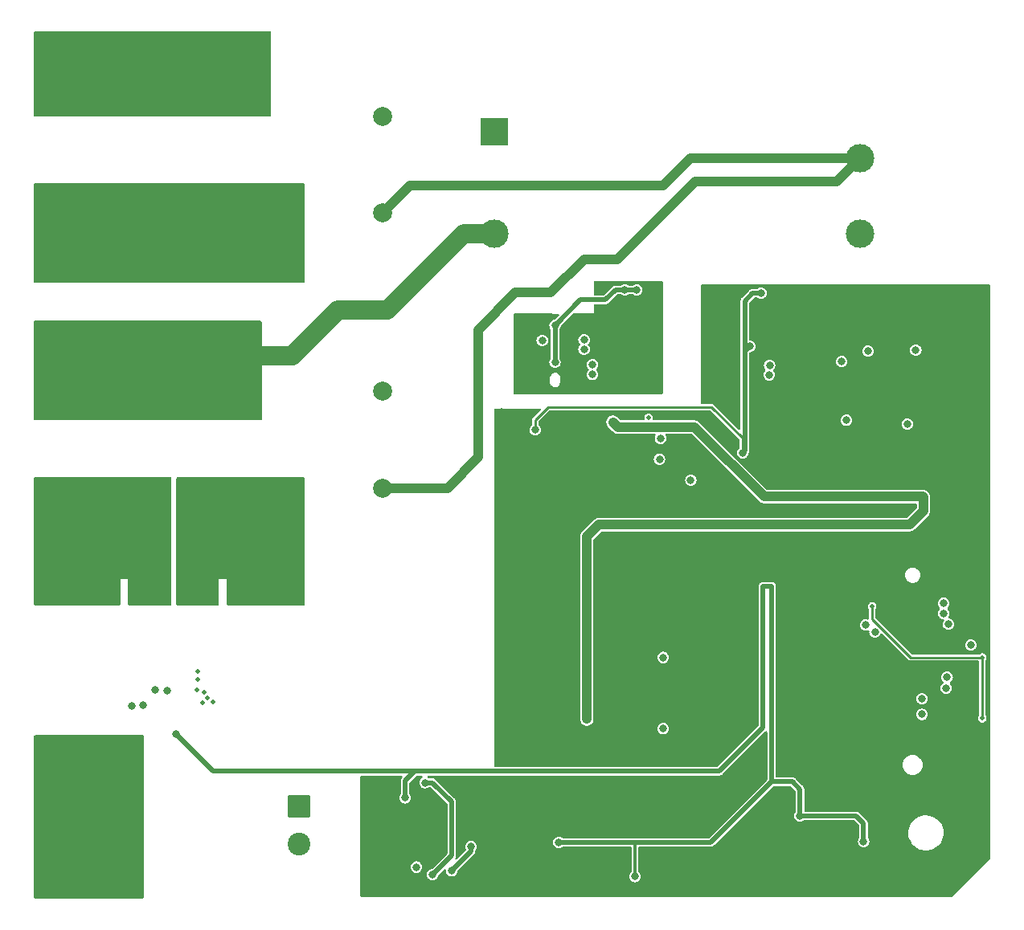
<source format=gbr>
%TF.GenerationSoftware,KiCad,Pcbnew,7.0.9*%
%TF.CreationDate,2024-05-06T20:13:39+08:00*%
%TF.ProjectId,power_monitor_v0.1,706f7765-725f-46d6-9f6e-69746f725f76,rev?*%
%TF.SameCoordinates,Original*%
%TF.FileFunction,Copper,L3,Inr*%
%TF.FilePolarity,Positive*%
%FSLAX46Y46*%
G04 Gerber Fmt 4.6, Leading zero omitted, Abs format (unit mm)*
G04 Created by KiCad (PCBNEW 7.0.9) date 2024-05-06 20:13:39*
%MOMM*%
%LPD*%
G01*
G04 APERTURE LIST*
G04 Aperture macros list*
%AMRoundRect*
0 Rectangle with rounded corners*
0 $1 Rounding radius*
0 $2 $3 $4 $5 $6 $7 $8 $9 X,Y pos of 4 corners*
0 Add a 4 corners polygon primitive as box body*
4,1,4,$2,$3,$4,$5,$6,$7,$8,$9,$2,$3,0*
0 Add four circle primitives for the rounded corners*
1,1,$1+$1,$2,$3*
1,1,$1+$1,$4,$5*
1,1,$1+$1,$6,$7*
1,1,$1+$1,$8,$9*
0 Add four rect primitives between the rounded corners*
20,1,$1+$1,$2,$3,$4,$5,0*
20,1,$1+$1,$4,$5,$6,$7,0*
20,1,$1+$1,$6,$7,$8,$9,0*
20,1,$1+$1,$8,$9,$2,$3,0*%
G04 Aperture macros list end*
%TA.AperFunction,ComponentPad*%
%ADD10C,1.100000*%
%TD*%
%TA.AperFunction,ComponentPad*%
%ADD11C,3.000000*%
%TD*%
%TA.AperFunction,ComponentPad*%
%ADD12R,3.000000X3.000000*%
%TD*%
%TA.AperFunction,ComponentPad*%
%ADD13RoundRect,1.000000X1.750000X1.000000X-1.750000X1.000000X-1.750000X-1.000000X1.750000X-1.000000X0*%
%TD*%
%TA.AperFunction,ComponentPad*%
%ADD14RoundRect,1.000000X-1.000000X1.750000X-1.000000X-1.750000X1.000000X-1.750000X1.000000X1.750000X0*%
%TD*%
%TA.AperFunction,ComponentPad*%
%ADD15C,2.000000*%
%TD*%
%TA.AperFunction,ComponentPad*%
%ADD16C,0.600000*%
%TD*%
%TA.AperFunction,ComponentPad*%
%ADD17RoundRect,0.250001X-0.949999X0.949999X-0.949999X-0.949999X0.949999X-0.949999X0.949999X0.949999X0*%
%TD*%
%TA.AperFunction,ComponentPad*%
%ADD18C,2.400000*%
%TD*%
%TA.AperFunction,ComponentPad*%
%ADD19C,7.000000*%
%TD*%
%TA.AperFunction,ViaPad*%
%ADD20C,0.500000*%
%TD*%
%TA.AperFunction,ViaPad*%
%ADD21C,0.800000*%
%TD*%
%TA.AperFunction,Conductor*%
%ADD22C,1.000000*%
%TD*%
%TA.AperFunction,Conductor*%
%ADD23C,0.500000*%
%TD*%
%TA.AperFunction,Conductor*%
%ADD24C,0.254000*%
%TD*%
%TA.AperFunction,Conductor*%
%ADD25C,0.300000*%
%TD*%
%TA.AperFunction,Conductor*%
%ADD26C,2.000000*%
%TD*%
G04 APERTURE END LIST*
D10*
%TO.N,GNDS*%
%TO.C,J8*%
X162550000Y-86100000D03*
X158250000Y-86100000D03*
X162550000Y-90900000D03*
X158250000Y-90900000D03*
%TD*%
D11*
%TO.N,Net-(J4-Pad1)*%
%TO.C,J4*%
X114600000Y-131500000D03*
X107400000Y-131500000D03*
X107400000Y-136500000D03*
X114600000Y-136500000D03*
%TD*%
D12*
%TO.N,AC_NEUTRAL_IN*%
%TO.C,PS1*%
X154042500Y-66100000D03*
D11*
%TO.N,AC_LIVE_IN*%
X154042500Y-76850000D03*
%TO.N,GNDA*%
X192542500Y-76850000D03*
%TO.N,+12V*%
X192542500Y-68850000D03*
%TD*%
%TO.N,Net-(J4-Pad1)*%
%TO.C,J7*%
X114600000Y-140100000D03*
X107400000Y-140100000D03*
X107400000Y-145100000D03*
X114600000Y-145100000D03*
%TD*%
D13*
%TO.N,AC_SENSOR_LIVE_IN*%
%TO.C,K1*%
X130220000Y-108407500D03*
D14*
%TO.N,AC_LIVE_IN*%
X126790000Y-89657500D03*
D15*
%TO.N,Net-(D2-A)*%
X142230000Y-93457500D03*
%TO.N,+12V*%
X142230000Y-103627500D03*
%TD*%
D11*
%TO.N,AC_NEUTRAL_IN*%
%TO.C,J3*%
X107400000Y-62500000D03*
X114600000Y-62500000D03*
X114600000Y-57500000D03*
X107400000Y-57500000D03*
%TD*%
%TO.N,AC_LIVE_IN*%
%TO.C,J2*%
X107400000Y-93500000D03*
X114600000Y-93500000D03*
X114600000Y-88500000D03*
X107400000Y-88500000D03*
%TD*%
D16*
%TO.N,GNDA*%
%TO.C,U4*%
X192200000Y-93575000D03*
X193400000Y-93575000D03*
X194700000Y-93575000D03*
X195800000Y-93575000D03*
X192200000Y-92375000D03*
X193400000Y-92375000D03*
X194700000Y-92375000D03*
X195800000Y-92375000D03*
%TD*%
D13*
%TO.N,AC_NEUTRAL_OUT*%
%TO.C,K2*%
X130220000Y-79407500D03*
D14*
%TO.N,AC_NEUTRAL_IN*%
X126790000Y-60657500D03*
D15*
%TO.N,Net-(D3-A)*%
X142230000Y-64457500D03*
%TO.N,+12V*%
X142230000Y-74627500D03*
%TD*%
D17*
%TO.N,Net-(J1-Pin_1)*%
%TO.C,J1*%
X133400000Y-137200000D03*
D18*
%TO.N,Net-(J1-Pin_2)*%
X133400000Y-141160000D03*
%TD*%
D11*
%TO.N,AC_NEUTRAL_OUT*%
%TO.C,J5*%
X107400000Y-78500000D03*
X114600000Y-78500000D03*
X114600000Y-73500000D03*
X107400000Y-73500000D03*
%TD*%
D19*
%TO.N,GNDA*%
%TO.C,U6*%
X157600000Y-122849000D03*
%TD*%
D11*
%TO.N,AC_SENSOR_LIVE_OUT*%
%TO.C,J6*%
X107400000Y-109500000D03*
X114600000Y-109500000D03*
X114600000Y-104500000D03*
X107400000Y-104500000D03*
%TD*%
D20*
%TO.N,GNDA*%
X150700000Y-136900000D03*
X202250000Y-93250000D03*
X184500000Y-111000000D03*
X197200000Y-122100000D03*
X154500000Y-118500000D03*
X184750000Y-144250000D03*
X174000000Y-103500000D03*
X190000000Y-108500000D03*
X168910000Y-113030000D03*
X154000000Y-142500000D03*
X186500000Y-124000000D03*
X200400000Y-99800000D03*
X183750000Y-106500000D03*
X205000000Y-130800000D03*
X167300000Y-99500000D03*
X196900000Y-99800000D03*
X145500000Y-141500000D03*
X180500000Y-123500000D03*
X184000000Y-129500000D03*
X165000000Y-140000000D03*
X189000000Y-118500000D03*
X189250000Y-142250000D03*
X192000000Y-88250000D03*
X146950000Y-136900000D03*
X205000000Y-120900000D03*
X186500000Y-113000000D03*
X205000000Y-132300000D03*
X205500000Y-99750000D03*
X205000000Y-137900000D03*
X174000000Y-104500000D03*
X165500000Y-123000000D03*
X153100000Y-145300000D03*
X191000000Y-119500000D03*
X205000000Y-116100000D03*
X205000000Y-135600000D03*
X197200000Y-115900000D03*
X186500000Y-119500000D03*
X181750000Y-95500000D03*
X151500000Y-136900000D03*
X155300000Y-138600000D03*
X168900000Y-99500000D03*
X175500000Y-128500000D03*
X176500000Y-87000000D03*
X179000000Y-128500000D03*
X158000000Y-141000000D03*
X176750000Y-106500000D03*
X177000000Y-97000000D03*
X176500000Y-84000000D03*
X173000000Y-136500000D03*
X170000000Y-130000000D03*
X174250000Y-98600000D03*
X182750000Y-105500000D03*
X197200000Y-126700000D03*
X181750000Y-101750000D03*
X205500000Y-107750000D03*
X161750000Y-118750000D03*
X174949503Y-98600000D03*
X194400000Y-127600000D03*
X201400000Y-102000000D03*
X146600000Y-144000000D03*
X200000000Y-118300000D03*
X157000000Y-135855000D03*
X205500000Y-105750000D03*
X200000000Y-112000000D03*
X165750000Y-142250000D03*
X196200000Y-98400000D03*
X201400000Y-104800000D03*
X179000000Y-123500000D03*
X186750000Y-142250000D03*
X157992352Y-95992352D03*
X146800000Y-135800000D03*
X177800000Y-110490000D03*
X185000000Y-128000000D03*
X181250000Y-106500000D03*
X186100000Y-89450000D03*
X173000000Y-123500000D03*
X181500000Y-144250000D03*
X195100000Y-99800000D03*
X184750000Y-105500000D03*
X140200000Y-134300000D03*
X176500000Y-88000000D03*
X175300000Y-105500000D03*
X163000000Y-146000000D03*
X205500000Y-98000000D03*
X148000000Y-141600000D03*
X175500000Y-130000000D03*
X197200000Y-129300000D03*
X177800000Y-115570000D03*
X188200000Y-88250000D03*
X159700000Y-124600000D03*
X148500000Y-138000000D03*
X202250000Y-99750000D03*
X156500000Y-108000000D03*
X165750000Y-125000000D03*
X143800000Y-135000000D03*
X168250000Y-100250000D03*
X161750000Y-121250000D03*
X169000000Y-106500000D03*
X156500000Y-110000000D03*
X205000000Y-119800000D03*
X122750000Y-122950000D03*
X145500000Y-146000000D03*
X194400000Y-132200000D03*
X190000000Y-115500000D03*
X172000000Y-146500000D03*
X165000000Y-134500000D03*
X143800000Y-134300000D03*
X197200000Y-118800000D03*
X157550000Y-125350000D03*
X205500000Y-111750000D03*
X160100000Y-122050000D03*
X177800000Y-119380000D03*
X154500000Y-112000000D03*
X194550000Y-119550000D03*
X158000000Y-120350000D03*
X178500000Y-105750000D03*
X156500000Y-106500000D03*
X193500000Y-127500000D03*
X146500000Y-144770000D03*
X170000000Y-146000000D03*
X182000000Y-130500000D03*
X176500000Y-93000000D03*
X176500000Y-123500000D03*
X194400000Y-131000000D03*
X205500000Y-103750000D03*
X182500000Y-87500000D03*
X176500000Y-92000000D03*
X172720000Y-115570000D03*
X173000000Y-134500000D03*
X194400000Y-133400000D03*
X178000000Y-128500000D03*
X196300000Y-106100000D03*
X155500000Y-144000000D03*
X154500000Y-120000000D03*
X149900000Y-134300000D03*
X192250000Y-144250000D03*
X197200000Y-131000000D03*
X197200000Y-113950000D03*
X168500000Y-130500000D03*
X143850000Y-146000000D03*
X198450000Y-118800000D03*
X150700000Y-135800000D03*
X156600000Y-120400000D03*
X181300000Y-110450000D03*
X189500000Y-127500000D03*
X184750000Y-142250000D03*
X205000000Y-129400000D03*
X154800000Y-130200000D03*
X151600000Y-145300000D03*
X197200000Y-116800000D03*
X197200000Y-128500000D03*
X191150000Y-88250000D03*
X183750000Y-105500000D03*
X151500000Y-138600000D03*
X176000000Y-136500000D03*
X201400000Y-106300000D03*
X185750000Y-106500000D03*
X156100000Y-135855000D03*
X156500000Y-98500000D03*
X178000000Y-127500000D03*
X124350000Y-126200000D03*
X196900000Y-98400000D03*
X193500000Y-106500000D03*
X161750000Y-106500000D03*
X148400000Y-136900000D03*
X141800000Y-135000000D03*
X154500000Y-106500000D03*
X155600000Y-121200000D03*
X168500000Y-134500000D03*
X182900000Y-92650000D03*
X148500000Y-139000000D03*
X181250000Y-105500000D03*
X147600000Y-136900000D03*
X140200000Y-135000000D03*
X198100000Y-99800000D03*
X168250000Y-102250000D03*
X155300000Y-124100000D03*
X164250000Y-105000000D03*
X159000000Y-108000000D03*
X175000000Y-140000000D03*
X196923500Y-99100000D03*
X201400000Y-99800000D03*
X168250000Y-103250000D03*
X205500000Y-92250000D03*
X141000000Y-146000000D03*
X199000000Y-97250000D03*
X150800000Y-145300000D03*
X156500000Y-102500000D03*
X201400000Y-100800000D03*
X197200000Y-125800000D03*
X192300000Y-98800000D03*
X175500000Y-127500000D03*
X169600000Y-99500000D03*
X205000000Y-113600000D03*
X191000000Y-137250000D03*
X201400000Y-107800000D03*
X196200000Y-99100000D03*
X159000000Y-106500000D03*
X189000000Y-111000000D03*
X147500000Y-138000000D03*
X181750000Y-137250000D03*
X180340000Y-113030000D03*
X181750000Y-96500000D03*
X154500000Y-103500000D03*
X199000000Y-96000000D03*
X186750000Y-105500000D03*
X205000000Y-117900000D03*
X193000000Y-119500000D03*
X152500000Y-136900000D03*
X143000000Y-146000000D03*
X189250000Y-144250000D03*
X190000000Y-109500000D03*
X197200000Y-119550000D03*
X167000000Y-124000000D03*
X168250000Y-105500000D03*
X154400000Y-110600000D03*
X160000000Y-96000000D03*
X195100000Y-99100000D03*
X154500000Y-105000000D03*
X180340000Y-115570000D03*
X169000000Y-96000000D03*
X172720000Y-124460000D03*
X189250000Y-137250000D03*
X200500000Y-96000000D03*
X151500000Y-135800000D03*
X185000000Y-137250000D03*
X198100000Y-99075000D03*
X199500000Y-108600000D03*
X176500000Y-83000000D03*
X176500000Y-90000000D03*
X180340000Y-124460000D03*
X165000000Y-96000000D03*
X200000000Y-120100000D03*
X173000000Y-128500000D03*
X123250000Y-126250000D03*
X178250000Y-83000000D03*
X158750000Y-125300000D03*
X168910000Y-115570000D03*
X205500000Y-96000000D03*
X199200000Y-112000000D03*
X185500000Y-83000000D03*
X184000000Y-83000000D03*
X155050000Y-122600000D03*
X178000000Y-134500000D03*
X176503999Y-139991677D03*
X156500000Y-96000000D03*
D21*
X155600000Y-96000000D03*
D20*
X176500000Y-85000000D03*
X172720000Y-110490000D03*
X189000000Y-124000000D03*
X176250000Y-97000000D03*
X182000000Y-105500000D03*
X186750000Y-83000000D03*
X122700000Y-124900000D03*
X185750000Y-105500000D03*
X181750000Y-100500000D03*
X170400000Y-99500000D03*
X156500000Y-101500000D03*
X205000000Y-134000000D03*
X123400000Y-125150000D03*
X155300000Y-135855000D03*
X200000000Y-110600000D03*
X153500000Y-138500000D03*
X150600000Y-141800000D03*
X153500000Y-135855000D03*
X154400000Y-138600000D03*
X156600000Y-128900000D03*
X182500000Y-88750000D03*
X161750000Y-108000000D03*
X163750000Y-142250000D03*
X192900000Y-99700000D03*
X156500000Y-114250000D03*
X168500000Y-146000000D03*
X181750000Y-92750000D03*
X163500000Y-96000000D03*
X193000000Y-106250000D03*
X194250000Y-108500000D03*
X202250000Y-94250000D03*
X188000000Y-105500000D03*
X182500000Y-85250000D03*
X197200000Y-123900000D03*
X189450000Y-108700000D03*
X205500000Y-102000000D03*
X180000000Y-83000000D03*
X158500000Y-146000000D03*
X194400000Y-130200000D03*
X179070000Y-124460000D03*
D21*
X154700000Y-98000000D03*
D20*
X152400000Y-145300000D03*
X178500000Y-136500000D03*
X190200000Y-88250000D03*
X197200000Y-127600000D03*
X157000000Y-136900000D03*
X177000000Y-146500000D03*
X171250000Y-106500000D03*
X182500000Y-84250000D03*
X143000000Y-142500000D03*
X205500000Y-94250000D03*
X200000000Y-111300000D03*
X156500000Y-100000000D03*
X181750000Y-99586472D03*
X200000000Y-115700000D03*
X168250000Y-104250000D03*
X148500000Y-140000000D03*
X200400000Y-99100000D03*
X154700000Y-142500000D03*
X155500000Y-142500000D03*
X182750000Y-106500000D03*
X186000000Y-131000000D03*
X172720000Y-119380000D03*
X146600000Y-141600000D03*
X193500000Y-108500000D03*
X191600000Y-98800000D03*
X170000000Y-129000000D03*
X205000000Y-140000000D03*
D21*
X154800000Y-95600000D03*
D20*
X199000000Y-93250000D03*
X201800000Y-125900000D03*
X163500000Y-136000000D03*
X184500000Y-113000000D03*
X150000000Y-145300000D03*
X143000000Y-144500000D03*
X195600000Y-106100000D03*
X170000000Y-124000000D03*
X154500000Y-115000000D03*
X171000000Y-140000000D03*
D21*
X154800000Y-99700000D03*
D20*
X147200000Y-145400000D03*
X168000000Y-136500000D03*
X156200000Y-125050000D03*
X147300000Y-141600000D03*
X197500000Y-93250000D03*
X153500000Y-136900000D03*
X162000000Y-96000000D03*
X194000000Y-124000000D03*
X172500000Y-106500000D03*
X156100000Y-136900000D03*
X156500000Y-105000000D03*
X161750000Y-115000000D03*
X197200000Y-114950000D03*
X195100000Y-98400000D03*
X190000000Y-113000000D03*
X201900000Y-119800000D03*
X194400000Y-128500000D03*
X186750000Y-144250000D03*
X178500000Y-144250000D03*
X205000000Y-114700000D03*
X200000000Y-114600000D03*
X200000000Y-109200000D03*
X197500000Y-94250000D03*
X197200000Y-123000000D03*
X187300000Y-88250000D03*
X177800000Y-113030000D03*
X189000000Y-109500000D03*
X176500000Y-91000000D03*
X182000000Y-106500000D03*
X161750000Y-110000000D03*
X181750000Y-93500000D03*
X171800000Y-99500000D03*
X187250000Y-137250000D03*
X189000000Y-113000000D03*
X205500000Y-109750000D03*
X176500000Y-89000000D03*
X154500000Y-108000000D03*
X164250000Y-106500000D03*
X152550000Y-138450000D03*
X172720000Y-113030000D03*
X198100000Y-98400000D03*
X181750000Y-94500000D03*
X188000000Y-106500000D03*
X159500000Y-144000000D03*
X200500000Y-93250000D03*
X173500000Y-98600000D03*
X159000000Y-116000000D03*
X168910000Y-110490000D03*
X186750000Y-106500000D03*
X122750000Y-123850000D03*
X200000000Y-113400000D03*
X172700000Y-98600000D03*
X202250000Y-98000000D03*
X154800000Y-128800000D03*
X162000000Y-137500000D03*
X151000000Y-146000000D03*
X180500000Y-134500000D03*
X146500000Y-146000000D03*
X188000000Y-128500000D03*
X193500000Y-109250000D03*
X161750000Y-105000000D03*
X189000000Y-115500000D03*
X141800000Y-134300000D03*
X150700000Y-138600000D03*
X155300000Y-136900000D03*
X175250000Y-106500000D03*
X155500000Y-146000000D03*
X200500000Y-92250000D03*
X161000000Y-146000000D03*
X171100000Y-99500000D03*
X192000000Y-124000000D03*
X197500000Y-92250000D03*
X186500000Y-111000000D03*
X155800000Y-129600000D03*
X178500000Y-106500000D03*
X173000000Y-127500000D03*
X154500000Y-102500000D03*
X194400000Y-129300000D03*
X123750000Y-125750000D03*
X152400000Y-141900000D03*
X141000000Y-144500000D03*
X202250000Y-92250000D03*
X159250000Y-121000000D03*
X201900000Y-120900000D03*
X154500000Y-116500000D03*
X168250000Y-106500000D03*
X168500000Y-125500000D03*
X181000000Y-100500000D03*
X182000000Y-134500000D03*
X141000000Y-142500000D03*
X199000000Y-92250000D03*
X192900000Y-98800000D03*
X190500000Y-117500000D03*
D21*
X179037500Y-141437500D03*
D20*
X173000000Y-130000000D03*
X182750000Y-137250000D03*
X154800000Y-127300000D03*
X179750000Y-144250000D03*
X153100000Y-143850000D03*
X191500000Y-127500000D03*
X171000000Y-128000000D03*
X159000000Y-105000000D03*
X159000000Y-112250000D03*
X158000000Y-142500000D03*
X176750000Y-105750000D03*
X177500000Y-130000000D03*
X197200000Y-130200000D03*
X159000000Y-110000000D03*
X166500000Y-146000000D03*
X205000000Y-142000000D03*
X190000000Y-111000000D03*
X202250000Y-96000000D03*
X200500000Y-94250000D03*
X174000000Y-105500000D03*
X161750000Y-112250000D03*
X176530000Y-124460000D03*
X179000000Y-99000000D03*
X186500000Y-115500000D03*
X160000000Y-139500000D03*
X184500000Y-119500000D03*
X170250000Y-106500000D03*
X181750000Y-97500000D03*
X161750000Y-128000000D03*
X173750000Y-106500000D03*
X149900000Y-135100000D03*
X192250000Y-142250000D03*
X185400000Y-90150000D03*
X154300000Y-135855000D03*
X201850000Y-118900000D03*
X189300000Y-88250000D03*
X201400000Y-103300000D03*
X182500000Y-86250000D03*
X154500000Y-113500000D03*
X199000000Y-94250000D03*
X186750000Y-88750000D03*
X200000000Y-109900000D03*
X176500000Y-86000000D03*
X180340000Y-119380000D03*
X196200000Y-99800000D03*
X156500000Y-97000000D03*
X156200000Y-138600000D03*
X184500000Y-115500000D03*
X200400000Y-98400000D03*
X201900000Y-122300000D03*
X153100000Y-144400000D03*
X180000000Y-127500000D03*
X154300000Y-136900000D03*
X167000000Y-127500000D03*
X168250000Y-101250000D03*
X175500000Y-134500000D03*
X158000000Y-144000000D03*
X161750000Y-124750000D03*
X160100000Y-123350000D03*
X184750000Y-106500000D03*
X176500000Y-94000000D03*
X200000000Y-119050000D03*
D21*
%TO.N,Net-(U4-VIN)*%
X193365000Y-89200000D03*
X198400000Y-89100000D03*
%TO.N,Net-(D1-K)*%
X190600000Y-90300000D03*
X191100000Y-96500000D03*
%TO.N,+4V*%
X167600000Y-97200000D03*
X163750000Y-126750000D03*
X166500000Y-96700000D03*
X199250000Y-105500000D03*
X197500000Y-96900000D03*
X163750000Y-128000000D03*
X171500000Y-98395500D03*
X199200000Y-104600000D03*
%TO.N,+3.3VA*%
X146700000Y-134700000D03*
X149500000Y-144000000D03*
X147500000Y-144400000D03*
X151550000Y-141450000D03*
%TO.N,Net-(U5-FB)*%
X171400000Y-100594500D03*
X174700000Y-102800000D03*
%TO.N,+3V3*%
X180900000Y-88700000D03*
D20*
X193800000Y-116100000D03*
X183050000Y-114050000D03*
D21*
X192900000Y-140900000D03*
X144600000Y-136300000D03*
X158300000Y-97500000D03*
D20*
X205400000Y-127900000D03*
D21*
X120486286Y-129613714D03*
X168800000Y-144600000D03*
D20*
X205400000Y-121500000D03*
X182450000Y-114050000D03*
D21*
X160800000Y-141000000D03*
X186200000Y-138200000D03*
X180175000Y-99925000D03*
X182100000Y-83100000D03*
%TO.N,~{RESET}*%
X171800000Y-121500000D03*
X171800000Y-129013173D03*
%TO.N,GNDS*%
X165650000Y-87450000D03*
X162250000Y-92200000D03*
X165000000Y-93250000D03*
X165000000Y-84750000D03*
X165000000Y-82750000D03*
X165650000Y-85750000D03*
X157000000Y-92500000D03*
X159250000Y-93250000D03*
X156750000Y-87750000D03*
X171250000Y-88000000D03*
X162250000Y-93250000D03*
X167500000Y-93250000D03*
X171250000Y-91000000D03*
X171250000Y-82750000D03*
X163750000Y-93250000D03*
X171250000Y-85000000D03*
X157750000Y-93250000D03*
X166250000Y-93250000D03*
X170250000Y-82750000D03*
X156750000Y-86250000D03*
X171250000Y-89500000D03*
X171250000Y-83750000D03*
X171250000Y-86500000D03*
X171250000Y-92500000D03*
%TO.N,Net-(U7-VBUS1)*%
X160400000Y-86510000D03*
X160400000Y-90400000D03*
X167750000Y-82750000D03*
X169000000Y-82750000D03*
%TO.N,AC_LIVE_IN*%
X126500000Y-95500000D03*
X117000000Y-86500000D03*
X112500000Y-91000000D03*
X114000000Y-91000000D03*
X119000000Y-91000000D03*
X125000000Y-86500000D03*
X109500000Y-95500000D03*
X123000000Y-86500000D03*
X125000000Y-94000000D03*
X106500000Y-91000000D03*
X119000000Y-88000000D03*
X119000000Y-94000000D03*
X111500000Y-89500000D03*
X109500000Y-94000000D03*
X117000000Y-94000000D03*
X123000000Y-91000000D03*
X119000000Y-89500000D03*
X121000000Y-91000000D03*
X117000000Y-95500000D03*
X128000000Y-94000000D03*
X123000000Y-88000000D03*
X119000000Y-92500000D03*
X111500000Y-92500000D03*
X121000000Y-94000000D03*
X111500000Y-86500000D03*
X117000000Y-91000000D03*
X121000000Y-86500000D03*
X111500000Y-88000000D03*
X115500000Y-91000000D03*
X111000000Y-91000000D03*
X111500000Y-95500000D03*
X109500000Y-88000000D03*
X119000000Y-95500000D03*
X117000000Y-88000000D03*
X121000000Y-88000000D03*
X123000000Y-94000000D03*
X109500000Y-91000000D03*
X125000000Y-95500000D03*
X109500000Y-92500000D03*
X117000000Y-92500000D03*
X119000000Y-86500000D03*
X121000000Y-92500000D03*
X123000000Y-89500000D03*
X128000000Y-95500000D03*
X109500000Y-91000000D03*
X121000000Y-95500000D03*
X123000000Y-95500000D03*
X123000000Y-92500000D03*
X121000000Y-89500000D03*
X126500000Y-94000000D03*
X108000000Y-91000000D03*
X109500000Y-89500000D03*
X111500000Y-94000000D03*
X109500000Y-86500000D03*
X117000000Y-89500000D03*
%TO.N,AC_NEUTRAL_IN*%
X125000000Y-57500000D03*
X111500000Y-60500000D03*
X109500000Y-58500000D03*
X117500000Y-62500000D03*
X123500000Y-62500000D03*
X123500000Y-60500000D03*
X123500000Y-58500000D03*
X121500000Y-56500000D03*
X111500000Y-64000000D03*
X127000000Y-56000000D03*
X127000000Y-57500000D03*
X121500000Y-64000000D03*
X123500000Y-56500000D03*
X123500000Y-64000000D03*
X119500000Y-60500000D03*
X117500000Y-64000000D03*
X130000000Y-59500000D03*
X109500000Y-64000000D03*
X111500000Y-62500000D03*
X117500000Y-58500000D03*
X106500000Y-60000000D03*
X125000000Y-56000000D03*
X119500000Y-58500000D03*
X121500000Y-58500000D03*
X109500000Y-56500000D03*
X130000000Y-64000000D03*
X111500000Y-58500000D03*
X119500000Y-62500000D03*
X111500000Y-56500000D03*
X113500000Y-60000000D03*
X119500000Y-56500000D03*
X116000000Y-60000000D03*
X130000000Y-56000000D03*
X125500000Y-64000000D03*
X130000000Y-57500000D03*
X121500000Y-60500000D03*
X108500000Y-60000000D03*
X127500000Y-64000000D03*
X121500000Y-62500000D03*
X109500000Y-62500000D03*
X109500000Y-60500000D03*
X117500000Y-60500000D03*
X130000000Y-61500000D03*
X117500000Y-56500000D03*
X119500000Y-64000000D03*
%TO.N,Net-(J4-Pad1)*%
X111000000Y-132500000D03*
X111000000Y-137000000D03*
X111000000Y-131000000D03*
X111000000Y-146000000D03*
X111000000Y-140500000D03*
X111000000Y-142600000D03*
X111000000Y-144500000D03*
X111000000Y-135500000D03*
X111000000Y-139000000D03*
X111000000Y-134000000D03*
%TO.N,AC_NEUTRAL_OUT*%
X112000000Y-78000000D03*
X123500000Y-76000000D03*
X131500000Y-74000000D03*
X133500000Y-80000000D03*
X133500000Y-81500000D03*
X117500000Y-78000000D03*
X129500000Y-74000000D03*
X117500000Y-72000000D03*
X110000000Y-81500000D03*
X133500000Y-76000000D03*
X119500000Y-78000000D03*
X110000000Y-80000000D03*
X131500000Y-76000000D03*
X131500000Y-74000000D03*
X117500000Y-76000000D03*
X127500000Y-72000000D03*
X117500000Y-74000000D03*
X116000000Y-76000000D03*
X125500000Y-72000000D03*
X112000000Y-81500000D03*
X110000000Y-78000000D03*
X125500000Y-74000000D03*
X127500000Y-74000000D03*
X123500000Y-81500000D03*
X112000000Y-76000000D03*
X119500000Y-80000000D03*
X127500000Y-76000000D03*
X131500000Y-76000000D03*
X123500000Y-74000000D03*
X110000000Y-72000000D03*
X108000000Y-76000000D03*
X133500000Y-72000000D03*
X125500000Y-76000000D03*
X125500000Y-80000000D03*
X119500000Y-81500000D03*
X108000000Y-81500000D03*
X125500000Y-78000000D03*
X116000000Y-81500000D03*
X119500000Y-72000000D03*
X123500000Y-72000000D03*
X110000000Y-76000000D03*
X114000000Y-76000000D03*
X133500000Y-74000000D03*
X106500000Y-76000000D03*
X121500000Y-81500000D03*
X123500000Y-78000000D03*
X123500000Y-80000000D03*
X119500000Y-76000000D03*
X121500000Y-74000000D03*
X112000000Y-72000000D03*
X119500000Y-74000000D03*
X117500000Y-80000000D03*
X106500000Y-81500000D03*
X110000000Y-74000000D03*
X117500000Y-81500000D03*
X121500000Y-72000000D03*
X131500000Y-72000000D03*
X114000000Y-81500000D03*
X121500000Y-80000000D03*
X129500000Y-76000000D03*
X131500000Y-72000000D03*
X121500000Y-78000000D03*
X133500000Y-78000000D03*
X125500000Y-81500000D03*
X121500000Y-76000000D03*
X112000000Y-74000000D03*
X129500000Y-72000000D03*
X112000000Y-80000000D03*
%TO.N,AC_SENSOR_LIVE_OUT*%
X106000000Y-115000000D03*
X119500000Y-106000000D03*
X113500000Y-107500000D03*
X109500000Y-109000000D03*
X111500000Y-115000000D03*
X119500000Y-112000000D03*
X111500000Y-112000000D03*
X109500000Y-106000000D03*
X106000000Y-106000000D03*
X111500000Y-109000000D03*
X115500000Y-112000000D03*
X106000000Y-104500000D03*
X106000000Y-112000000D03*
X111500000Y-104500000D03*
X113500000Y-115000000D03*
X111500000Y-107500000D03*
X117500000Y-103000000D03*
X109500000Y-104500000D03*
X109500000Y-112000000D03*
X113500000Y-113500000D03*
X117500000Y-106000000D03*
X119500000Y-109000000D03*
X111500000Y-113500000D03*
X119500000Y-103000000D03*
X107500000Y-113500000D03*
X119500000Y-107500000D03*
X113500000Y-106000000D03*
X109500000Y-107500000D03*
X113500000Y-112000000D03*
X113500000Y-103000000D03*
X111500000Y-103000000D03*
X106000000Y-113500000D03*
X109500000Y-115000000D03*
X106000000Y-110500000D03*
X106000000Y-109000000D03*
X107500000Y-107500000D03*
X119500000Y-110500000D03*
X106000000Y-107500000D03*
X115500000Y-107500000D03*
X107500000Y-115000000D03*
X117500000Y-107500000D03*
X119500000Y-104500000D03*
X111500000Y-106000000D03*
X115500000Y-103000000D03*
X106000000Y-103000000D03*
X109500000Y-113500000D03*
X109500000Y-110500000D03*
X115500000Y-106000000D03*
X111500000Y-110500000D03*
X109500000Y-103000000D03*
X117500000Y-104500000D03*
X117500000Y-110500000D03*
X107500000Y-112000000D03*
X117500000Y-109000000D03*
X117500000Y-112000000D03*
%TO.N,Net-(J9-SWDIO{slash}TMS)*%
X199050000Y-127500000D03*
X199062299Y-125855500D03*
%TO.N,AC_SENSOR_LIVE_IN*%
X123000000Y-110500000D03*
X121000000Y-112000000D03*
X129000000Y-115000000D03*
X127000000Y-112000000D03*
X127000000Y-115000000D03*
X125000000Y-106000000D03*
X133000000Y-107500000D03*
X123000000Y-106000000D03*
X125000000Y-109000000D03*
X131000000Y-113500000D03*
X133000000Y-110500000D03*
X123000000Y-104500000D03*
X133000000Y-106000000D03*
X129000000Y-104500000D03*
X127000000Y-109000000D03*
X129000000Y-103000000D03*
X127000000Y-103000000D03*
X133000000Y-113500000D03*
X125000000Y-110500000D03*
X131000000Y-112000000D03*
X123000000Y-112000000D03*
X123000000Y-107500000D03*
X121000000Y-109000000D03*
X133000000Y-112000000D03*
X125000000Y-107500000D03*
X129000000Y-106000000D03*
X127000000Y-110500000D03*
X127000000Y-106000000D03*
X133000000Y-103000000D03*
X121000000Y-104500000D03*
X121000000Y-103000000D03*
X125000000Y-112000000D03*
X123000000Y-109000000D03*
X131000000Y-106000000D03*
X125000000Y-104500000D03*
X125000000Y-103000000D03*
X133000000Y-109000000D03*
X129000000Y-113500000D03*
X131000000Y-103000000D03*
X127000000Y-107500000D03*
X121000000Y-110500000D03*
X129000000Y-112000000D03*
X123000000Y-103000000D03*
X121000000Y-107500000D03*
X127000000Y-104500000D03*
X127000000Y-113500000D03*
X133000000Y-104500000D03*
X121000000Y-106000000D03*
X131000000Y-104500000D03*
%TO.N,DCDC_MODE*%
X201850000Y-118000000D03*
D20*
X170250000Y-96250000D03*
D21*
%TO.N,/MSOM/USB_P*%
X182960431Y-91698719D03*
X201327175Y-115805000D03*
%TO.N,/MSOM/USB_N*%
X201327175Y-116855000D03*
X183000000Y-90700000D03*
%TO.N,I2C_SCL*%
X193100000Y-118073500D03*
X118295000Y-124900000D03*
%TO.N,I2C_SDA*%
X194100000Y-118800000D03*
X119565000Y-125000000D03*
%TO.N,Net-(U6A-ADC6)*%
X117000000Y-126549500D03*
X201700000Y-123600000D03*
%TO.N,Net-(U6A-ADC7)*%
X115800000Y-126574500D03*
X201593822Y-124733606D03*
%TO.N,CURRENT_ADC*%
X204200000Y-120200000D03*
X145800000Y-143600000D03*
%TO.N,/MSOM/U_P*%
X164343405Y-91675000D03*
X163451673Y-88025501D03*
%TO.N,/MSOM/U_N*%
X159050000Y-88090000D03*
X163449957Y-89025002D03*
X164343405Y-90625000D03*
%TD*%
D22*
%TO.N,+12V*%
X163450000Y-79550000D02*
X166950000Y-79550000D01*
X175200000Y-71300000D02*
X190092500Y-71300000D01*
X149072500Y-103627500D02*
X152300000Y-100400000D01*
X145107500Y-71750000D02*
X142230000Y-74627500D01*
X152300000Y-100400000D02*
X152300000Y-86950000D01*
X174650000Y-68850000D02*
X171750000Y-71750000D01*
X192542500Y-68850000D02*
X174650000Y-68850000D01*
X159950000Y-83050000D02*
X156200000Y-83050000D01*
X163450000Y-79550000D02*
X159950000Y-83050000D01*
X190092500Y-71300000D02*
X192542500Y-68850000D01*
X152300000Y-86950000D02*
X156200000Y-83050000D01*
X166950000Y-79550000D02*
X175200000Y-71300000D01*
X171750000Y-71750000D02*
X145107500Y-71750000D01*
X142230000Y-103627500D02*
X149072500Y-103627500D01*
%TO.N,+4V*%
X163750000Y-108750000D02*
X165000000Y-107500000D01*
X165000000Y-107500000D02*
X197750000Y-107500000D01*
X197750000Y-107500000D02*
X199200000Y-106050000D01*
X199200000Y-106050000D02*
X199200000Y-104600000D01*
X167000000Y-97200000D02*
X166500000Y-96700000D01*
X182421752Y-104550000D02*
X175071752Y-97200000D01*
X163750000Y-128000000D02*
X163750000Y-108750000D01*
X199150000Y-104550000D02*
X182421752Y-104550000D01*
X175071752Y-97200000D02*
X167000000Y-97200000D01*
X199200000Y-104600000D02*
X199150000Y-104550000D01*
D23*
%TO.N,+3.3VA*%
X151550000Y-141950000D02*
X149500000Y-144000000D01*
X149500000Y-142000000D02*
X149500000Y-136700000D01*
X147500000Y-134700000D02*
X146700000Y-134700000D01*
X149500000Y-136700000D02*
X147500000Y-134700000D01*
X149500000Y-142000000D02*
X149500000Y-142400000D01*
X149500000Y-142400000D02*
X147500000Y-144400000D01*
X151550000Y-141450000D02*
X151550000Y-141950000D01*
X149500000Y-142000000D02*
X149500000Y-141600000D01*
D24*
%TO.N,+3V3*%
X205400000Y-127900000D02*
X205400000Y-121500000D01*
D23*
X192900000Y-139000000D02*
X192100000Y-138200000D01*
D24*
X159700000Y-95100000D02*
X158300000Y-96500000D01*
D23*
X144600000Y-134500000D02*
X144600000Y-136300000D01*
X120486286Y-129613714D02*
X124372572Y-133500000D01*
X147200000Y-133500000D02*
X145600000Y-133500000D01*
X183200000Y-134600000D02*
X183200000Y-114000000D01*
D24*
X180175000Y-99925000D02*
X180175000Y-98375000D01*
D23*
X124372572Y-133500000D02*
X147200000Y-133500000D01*
X145600000Y-133500000D02*
X144600000Y-134500000D01*
X176800000Y-141000000D02*
X168900000Y-141000000D01*
X180175000Y-99925000D02*
X180400000Y-99700000D01*
X177700000Y-133500000D02*
X147200000Y-133500000D01*
D24*
X197828134Y-121500000D02*
X205400000Y-121500000D01*
D23*
X186200000Y-135400000D02*
X186200000Y-138200000D01*
X185400000Y-134600000D02*
X186200000Y-135400000D01*
D25*
X168800000Y-141100000D02*
X168900000Y-141000000D01*
D23*
X168900000Y-141000000D02*
X160800000Y-141000000D01*
X180400000Y-99700000D02*
X180400000Y-89200000D01*
X180400000Y-89200000D02*
X180900000Y-88700000D01*
D24*
X193800000Y-116100000D02*
X193800000Y-117471866D01*
D23*
X182300000Y-114000000D02*
X182300000Y-128900000D01*
X183200000Y-134600000D02*
X185400000Y-134600000D01*
D24*
X158300000Y-96500000D02*
X158300000Y-97500000D01*
D23*
X192900000Y-140900000D02*
X192900000Y-139000000D01*
X182300000Y-128900000D02*
X177700000Y-133500000D01*
D24*
X180175000Y-98375000D02*
X176900000Y-95100000D01*
D25*
X168800000Y-144600000D02*
X168800000Y-141100000D01*
D23*
X182300000Y-114000000D02*
X183200000Y-114000000D01*
D24*
X193800000Y-117471866D02*
X197828134Y-121500000D01*
D23*
X181200000Y-83100000D02*
X182100000Y-83100000D01*
X180400000Y-83900000D02*
X181200000Y-83100000D01*
X180400000Y-89200000D02*
X180400000Y-83900000D01*
X192100000Y-138200000D02*
X186200000Y-138200000D01*
X183200000Y-134600000D02*
X176800000Y-141000000D01*
D24*
X176900000Y-95100000D02*
X159700000Y-95100000D01*
D23*
%TO.N,Net-(U7-VBUS1)*%
X160400000Y-86500000D02*
X160400000Y-87300000D01*
X160400000Y-87300000D02*
X160400000Y-90400000D01*
X163100000Y-83800000D02*
X160400000Y-86500000D01*
X166750000Y-82750000D02*
X169000000Y-82750000D01*
X165700000Y-83800000D02*
X166750000Y-82750000D01*
X165700000Y-83800000D02*
X163100000Y-83800000D01*
X160400000Y-86510000D02*
X160400000Y-87300000D01*
D26*
%TO.N,AC_LIVE_IN*%
X137500000Y-84900000D02*
X142700000Y-84900000D01*
X132742500Y-89657500D02*
X137500000Y-84900000D01*
X126790000Y-89657500D02*
X132742500Y-89657500D01*
X150750000Y-76850000D02*
X154042500Y-76850000D01*
X142700000Y-84900000D02*
X150750000Y-76850000D01*
%TD*%
%TA.AperFunction,Conductor*%
%TO.N,AC_LIVE_IN*%
G36*
X129443039Y-86019685D02*
G01*
X129488794Y-86072489D01*
X129500000Y-86124000D01*
X129500000Y-96376000D01*
X129480315Y-96443039D01*
X129427511Y-96488794D01*
X129376000Y-96500000D01*
X105624000Y-96500000D01*
X105556961Y-96480315D01*
X105511206Y-96427511D01*
X105500000Y-96376000D01*
X105500000Y-86124000D01*
X105519685Y-86056961D01*
X105572489Y-86011206D01*
X105624000Y-86000000D01*
X129376000Y-86000000D01*
X129443039Y-86019685D01*
G37*
%TD.AperFunction*%
%TD*%
%TA.AperFunction,Conductor*%
%TO.N,AC_SENSOR_LIVE_OUT*%
G36*
X119937539Y-102519685D02*
G01*
X119983294Y-102572489D01*
X119994500Y-102624000D01*
X119994500Y-115876000D01*
X119974815Y-115943039D01*
X119922011Y-115988794D01*
X119870500Y-116000000D01*
X115524000Y-116000000D01*
X115456961Y-115980315D01*
X115411206Y-115927511D01*
X115400000Y-115876000D01*
X115400000Y-113200000D01*
X114600000Y-113200000D01*
X114600000Y-115876000D01*
X114580315Y-115943039D01*
X114527511Y-115988794D01*
X114476000Y-116000000D01*
X105624000Y-116000000D01*
X105556961Y-115980315D01*
X105511206Y-115927511D01*
X105500000Y-115876000D01*
X105500000Y-102624000D01*
X105519685Y-102556961D01*
X105572489Y-102511206D01*
X105624000Y-102500000D01*
X119870500Y-102500000D01*
X119937539Y-102519685D01*
G37*
%TD.AperFunction*%
%TD*%
%TA.AperFunction,Conductor*%
%TO.N,AC_NEUTRAL_IN*%
G36*
X130443039Y-55519685D02*
G01*
X130488794Y-55572489D01*
X130500000Y-55624000D01*
X130500000Y-64376000D01*
X130480315Y-64443039D01*
X130427511Y-64488794D01*
X130376000Y-64500000D01*
X105624000Y-64500000D01*
X105556961Y-64480315D01*
X105511206Y-64427511D01*
X105500000Y-64376000D01*
X105500000Y-55624000D01*
X105519685Y-55556961D01*
X105572489Y-55511206D01*
X105624000Y-55500000D01*
X130376000Y-55500000D01*
X130443039Y-55519685D01*
G37*
%TD.AperFunction*%
%TD*%
%TA.AperFunction,Conductor*%
%TO.N,Net-(J4-Pad1)*%
G36*
X117043039Y-129719685D02*
G01*
X117088794Y-129772489D01*
X117100000Y-129824000D01*
X117100000Y-146776000D01*
X117080315Y-146843039D01*
X117027511Y-146888794D01*
X116976000Y-146900000D01*
X105624000Y-146900000D01*
X105556961Y-146880315D01*
X105511206Y-146827511D01*
X105500000Y-146776000D01*
X105500000Y-129824000D01*
X105519685Y-129756961D01*
X105572489Y-129711206D01*
X105624000Y-129700000D01*
X116976000Y-129700000D01*
X117043039Y-129719685D01*
G37*
%TD.AperFunction*%
%TD*%
%TA.AperFunction,Conductor*%
%TO.N,GNDA*%
G36*
X206193039Y-82219685D02*
G01*
X206238794Y-82272489D01*
X206250000Y-82324000D01*
X206250000Y-142698638D01*
X206230315Y-142765677D01*
X206213681Y-142786319D01*
X202286319Y-146713681D01*
X202224996Y-146747166D01*
X202198638Y-146750000D01*
X154000000Y-146750000D01*
X154000000Y-133950500D01*
X177671217Y-133950500D01*
X177678155Y-133950889D01*
X177710050Y-133954483D01*
X177717034Y-133955270D01*
X177717034Y-133955269D01*
X177717035Y-133955270D01*
X177775479Y-133944211D01*
X177834287Y-133935348D01*
X177834290Y-133935346D01*
X177842447Y-133932830D01*
X177850469Y-133930023D01*
X177850472Y-133930023D01*
X177903072Y-133902222D01*
X177956642Y-133876425D01*
X177956642Y-133876424D01*
X177956644Y-133876424D01*
X177963695Y-133871616D01*
X177970538Y-133866566D01*
X178012600Y-133824503D01*
X178056194Y-133784055D01*
X178056196Y-133784050D01*
X178061987Y-133776790D01*
X178062643Y-133777313D01*
X178072032Y-133765070D01*
X182537819Y-129299284D01*
X182599142Y-129265799D01*
X182668834Y-129270783D01*
X182724767Y-129312655D01*
X182749184Y-129378119D01*
X182749500Y-129386965D01*
X182749500Y-134362035D01*
X182729815Y-134429074D01*
X182713181Y-134449716D01*
X176649716Y-140513181D01*
X176588393Y-140546666D01*
X176562035Y-140549500D01*
X161241419Y-140549500D01*
X161174380Y-140529815D01*
X161165933Y-140523876D01*
X161102842Y-140475464D01*
X160956762Y-140414956D01*
X160956760Y-140414955D01*
X160800001Y-140394318D01*
X160799999Y-140394318D01*
X160643239Y-140414955D01*
X160643237Y-140414956D01*
X160497160Y-140475463D01*
X160371718Y-140571718D01*
X160275463Y-140697160D01*
X160214956Y-140843237D01*
X160214955Y-140843239D01*
X160194318Y-140999998D01*
X160194318Y-141000001D01*
X160214955Y-141156760D01*
X160214956Y-141156762D01*
X160267682Y-141284055D01*
X160275464Y-141302841D01*
X160371718Y-141428282D01*
X160497159Y-141524536D01*
X160643238Y-141585044D01*
X160721619Y-141595363D01*
X160799999Y-141605682D01*
X160800000Y-141605682D01*
X160800001Y-141605682D01*
X160852254Y-141598802D01*
X160956762Y-141585044D01*
X161102841Y-141524536D01*
X161165933Y-141476123D01*
X161231102Y-141450930D01*
X161241419Y-141450500D01*
X168325500Y-141450500D01*
X168392539Y-141470185D01*
X168438294Y-141522989D01*
X168449500Y-141574500D01*
X168449500Y-144050883D01*
X168429815Y-144117922D01*
X168400987Y-144149258D01*
X168371721Y-144171714D01*
X168275463Y-144297160D01*
X168214956Y-144443237D01*
X168214955Y-144443239D01*
X168194318Y-144599998D01*
X168194318Y-144600001D01*
X168214955Y-144756760D01*
X168214956Y-144756762D01*
X168275464Y-144902841D01*
X168371718Y-145028282D01*
X168497159Y-145124536D01*
X168643238Y-145185044D01*
X168721619Y-145195363D01*
X168799999Y-145205682D01*
X168800000Y-145205682D01*
X168800001Y-145205682D01*
X168852254Y-145198802D01*
X168956762Y-145185044D01*
X169102841Y-145124536D01*
X169228282Y-145028282D01*
X169324536Y-144902841D01*
X169385044Y-144756762D01*
X169405682Y-144600000D01*
X169385044Y-144443238D01*
X169324536Y-144297159D01*
X169228282Y-144171718D01*
X169228279Y-144171716D01*
X169228278Y-144171714D01*
X169199013Y-144149258D01*
X169157811Y-144092830D01*
X169150500Y-144050883D01*
X169150500Y-141574500D01*
X169170185Y-141507461D01*
X169222989Y-141461706D01*
X169274500Y-141450500D01*
X176771217Y-141450500D01*
X176778155Y-141450889D01*
X176810050Y-141454483D01*
X176817034Y-141455270D01*
X176817034Y-141455269D01*
X176817035Y-141455270D01*
X176875479Y-141444211D01*
X176934287Y-141435348D01*
X176934290Y-141435346D01*
X176942447Y-141432830D01*
X176950469Y-141430023D01*
X176950472Y-141430023D01*
X177003072Y-141402222D01*
X177056642Y-141376425D01*
X177056642Y-141376424D01*
X177056644Y-141376424D01*
X177063695Y-141371616D01*
X177070538Y-141366566D01*
X177112600Y-141324503D01*
X177156194Y-141284055D01*
X177156196Y-141284050D01*
X177161987Y-141276790D01*
X177162643Y-141277313D01*
X177172032Y-141265070D01*
X183350284Y-135086819D01*
X183411607Y-135053334D01*
X183437965Y-135050500D01*
X185162034Y-135050500D01*
X185229073Y-135070185D01*
X185249715Y-135086819D01*
X185713181Y-135550284D01*
X185746666Y-135611607D01*
X185749500Y-135637965D01*
X185749500Y-137758580D01*
X185729815Y-137825619D01*
X185723876Y-137834066D01*
X185675464Y-137897157D01*
X185614956Y-138043237D01*
X185614955Y-138043239D01*
X185594318Y-138199998D01*
X185594318Y-138200001D01*
X185614955Y-138356760D01*
X185614956Y-138356762D01*
X185675464Y-138502841D01*
X185771718Y-138628282D01*
X185897159Y-138724536D01*
X186043238Y-138785044D01*
X186121619Y-138795363D01*
X186199999Y-138805682D01*
X186200000Y-138805682D01*
X186200001Y-138805682D01*
X186252254Y-138798802D01*
X186356762Y-138785044D01*
X186502841Y-138724536D01*
X186565933Y-138676123D01*
X186631102Y-138650930D01*
X186641419Y-138650500D01*
X191862034Y-138650500D01*
X191929073Y-138670185D01*
X191949715Y-138686819D01*
X192413181Y-139150284D01*
X192446666Y-139211607D01*
X192449500Y-139237965D01*
X192449500Y-140458580D01*
X192429815Y-140525619D01*
X192423876Y-140534066D01*
X192375464Y-140597157D01*
X192314956Y-140743237D01*
X192314955Y-140743239D01*
X192294318Y-140899998D01*
X192294318Y-140900001D01*
X192314955Y-141056760D01*
X192314956Y-141056762D01*
X192356376Y-141156760D01*
X192375464Y-141202841D01*
X192471718Y-141328282D01*
X192597159Y-141424536D01*
X192743238Y-141485044D01*
X192821619Y-141495363D01*
X192899999Y-141505682D01*
X192900000Y-141505682D01*
X192900001Y-141505682D01*
X192952254Y-141498802D01*
X193056762Y-141485044D01*
X193202841Y-141424536D01*
X193328282Y-141328282D01*
X193424536Y-141202841D01*
X193485044Y-141056762D01*
X193505682Y-140900000D01*
X193498887Y-140848390D01*
X193485044Y-140743239D01*
X193485044Y-140743238D01*
X193424536Y-140597159D01*
X193424535Y-140597158D01*
X193424535Y-140597157D01*
X193376124Y-140534066D01*
X193350930Y-140468896D01*
X193350500Y-140458580D01*
X193350500Y-140067763D01*
X197615787Y-140067763D01*
X197645413Y-140337013D01*
X197645415Y-140337024D01*
X197713926Y-140599082D01*
X197713928Y-140599088D01*
X197819870Y-140848390D01*
X197912397Y-141000000D01*
X197960979Y-141079605D01*
X197960986Y-141079615D01*
X198134253Y-141287819D01*
X198134259Y-141287824D01*
X198179412Y-141328281D01*
X198335998Y-141468582D01*
X198561910Y-141618044D01*
X198807176Y-141733020D01*
X198807183Y-141733022D01*
X198807185Y-141733023D01*
X199066557Y-141811057D01*
X199066564Y-141811058D01*
X199066569Y-141811060D01*
X199334561Y-141850500D01*
X199334566Y-141850500D01*
X199537636Y-141850500D01*
X199589133Y-141846730D01*
X199740156Y-141835677D01*
X199852758Y-141810593D01*
X200004546Y-141776782D01*
X200004548Y-141776781D01*
X200004553Y-141776780D01*
X200257558Y-141680014D01*
X200493777Y-141547441D01*
X200708177Y-141381888D01*
X200896186Y-141186881D01*
X201053799Y-140966579D01*
X201168626Y-140743239D01*
X201177649Y-140725690D01*
X201177651Y-140725684D01*
X201177656Y-140725675D01*
X201265118Y-140469305D01*
X201314319Y-140202933D01*
X201324212Y-139932235D01*
X201294586Y-139662982D01*
X201226072Y-139400912D01*
X201120130Y-139151610D01*
X200979018Y-138920390D01*
X200933516Y-138865713D01*
X200805746Y-138712180D01*
X200805740Y-138712175D01*
X200604002Y-138531418D01*
X200378092Y-138381957D01*
X200324342Y-138356760D01*
X200132824Y-138266980D01*
X200132819Y-138266978D01*
X200132814Y-138266976D01*
X199873442Y-138188942D01*
X199873428Y-138188939D01*
X199757791Y-138171921D01*
X199605439Y-138149500D01*
X199402369Y-138149500D01*
X199402364Y-138149500D01*
X199199844Y-138164323D01*
X199199831Y-138164325D01*
X198935453Y-138223217D01*
X198935446Y-138223220D01*
X198682439Y-138319987D01*
X198446226Y-138452557D01*
X198231822Y-138618112D01*
X198043822Y-138813109D01*
X198043816Y-138813116D01*
X197886202Y-139033419D01*
X197886199Y-139033424D01*
X197762350Y-139274309D01*
X197762343Y-139274327D01*
X197674884Y-139530685D01*
X197674881Y-139530699D01*
X197625681Y-139797068D01*
X197625680Y-139797075D01*
X197615787Y-140067763D01*
X193350500Y-140067763D01*
X193350500Y-139028781D01*
X193350889Y-139021844D01*
X193355270Y-138982965D01*
X193344210Y-138924508D01*
X193335348Y-138865713D01*
X193335347Y-138865711D01*
X193335347Y-138865709D01*
X193332829Y-138857545D01*
X193330024Y-138849532D01*
X193330024Y-138849528D01*
X193302216Y-138796915D01*
X193276425Y-138743358D01*
X193271620Y-138736310D01*
X193266567Y-138729465D01*
X193266566Y-138729462D01*
X193224504Y-138687400D01*
X193184055Y-138643806D01*
X193184054Y-138643805D01*
X193184053Y-138643804D01*
X193176790Y-138638012D01*
X193177310Y-138637359D01*
X193165070Y-138627966D01*
X192438908Y-137901805D01*
X192434271Y-137896617D01*
X192409878Y-137866029D01*
X192360728Y-137832519D01*
X192312882Y-137797207D01*
X192305297Y-137793198D01*
X192297677Y-137789529D01*
X192273161Y-137781967D01*
X192240822Y-137771992D01*
X192220154Y-137764760D01*
X192184695Y-137752352D01*
X192176326Y-137750768D01*
X192167904Y-137749500D01*
X192167902Y-137749500D01*
X192108426Y-137749500D01*
X192048990Y-137747275D01*
X192039756Y-137748316D01*
X192039662Y-137747486D01*
X192024364Y-137749500D01*
X186774500Y-137749500D01*
X186707461Y-137729815D01*
X186661706Y-137677011D01*
X186650500Y-137625500D01*
X186650500Y-135428781D01*
X186650889Y-135421844D01*
X186655270Y-135382965D01*
X186644210Y-135324508D01*
X186635348Y-135265713D01*
X186635347Y-135265711D01*
X186635347Y-135265709D01*
X186632829Y-135257545D01*
X186630024Y-135249532D01*
X186630024Y-135249528D01*
X186602216Y-135196915D01*
X186576425Y-135143358D01*
X186571620Y-135136310D01*
X186566567Y-135129465D01*
X186566566Y-135129462D01*
X186524504Y-135087400D01*
X186484055Y-135043806D01*
X186484054Y-135043805D01*
X186484053Y-135043804D01*
X186476790Y-135038012D01*
X186477310Y-135037359D01*
X186465070Y-135027966D01*
X185738908Y-134301805D01*
X185734271Y-134296617D01*
X185709878Y-134266029D01*
X185660728Y-134232519D01*
X185612882Y-134197207D01*
X185605297Y-134193198D01*
X185597677Y-134189529D01*
X185573161Y-134181967D01*
X185540822Y-134171992D01*
X185520154Y-134164760D01*
X185484695Y-134152352D01*
X185476326Y-134150768D01*
X185467904Y-134149500D01*
X185467902Y-134149500D01*
X185408426Y-134149500D01*
X185348990Y-134147275D01*
X185339756Y-134148316D01*
X185339662Y-134147486D01*
X185324364Y-134149500D01*
X183774500Y-134149500D01*
X183707461Y-134129815D01*
X183661706Y-134077011D01*
X183650500Y-134025500D01*
X183650500Y-132830000D01*
X197004417Y-132830000D01*
X197024699Y-133035932D01*
X197024700Y-133035934D01*
X197084768Y-133233954D01*
X197182315Y-133416450D01*
X197182317Y-133416452D01*
X197313589Y-133576410D01*
X197410209Y-133655702D01*
X197473550Y-133707685D01*
X197656046Y-133805232D01*
X197854066Y-133865300D01*
X197854065Y-133865300D01*
X197892647Y-133869100D01*
X198008392Y-133880500D01*
X198008395Y-133880500D01*
X198111605Y-133880500D01*
X198111608Y-133880500D01*
X198265934Y-133865300D01*
X198463954Y-133805232D01*
X198646450Y-133707685D01*
X198806410Y-133576410D01*
X198937685Y-133416450D01*
X199035232Y-133233954D01*
X199095300Y-133035934D01*
X199115583Y-132830000D01*
X199095300Y-132624066D01*
X199035232Y-132426046D01*
X198937685Y-132243550D01*
X198885702Y-132180209D01*
X198806410Y-132083589D01*
X198646452Y-131952317D01*
X198646453Y-131952317D01*
X198646450Y-131952315D01*
X198463954Y-131854768D01*
X198265934Y-131794700D01*
X198265932Y-131794699D01*
X198265934Y-131794699D01*
X198146805Y-131782966D01*
X198111608Y-131779500D01*
X198008392Y-131779500D01*
X197970298Y-131783251D01*
X197854067Y-131794699D01*
X197656043Y-131854769D01*
X197545898Y-131913643D01*
X197473550Y-131952315D01*
X197473548Y-131952316D01*
X197473547Y-131952317D01*
X197313589Y-132083589D01*
X197182317Y-132243547D01*
X197084769Y-132426043D01*
X197024699Y-132624067D01*
X197004417Y-132830000D01*
X183650500Y-132830000D01*
X183650500Y-127500001D01*
X198444318Y-127500001D01*
X198464955Y-127656760D01*
X198464956Y-127656762D01*
X198512595Y-127771774D01*
X198525464Y-127802841D01*
X198621718Y-127928282D01*
X198747159Y-128024536D01*
X198893238Y-128085044D01*
X198971619Y-128095363D01*
X199049999Y-128105682D01*
X199050000Y-128105682D01*
X199050001Y-128105682D01*
X199102254Y-128098802D01*
X199206762Y-128085044D01*
X199352841Y-128024536D01*
X199478282Y-127928282D01*
X199574536Y-127802841D01*
X199635044Y-127656762D01*
X199655682Y-127500000D01*
X199635044Y-127343238D01*
X199574536Y-127197159D01*
X199478282Y-127071718D01*
X199352841Y-126975464D01*
X199206762Y-126914956D01*
X199206760Y-126914955D01*
X199050001Y-126894318D01*
X199049999Y-126894318D01*
X198893239Y-126914955D01*
X198893237Y-126914956D01*
X198747160Y-126975463D01*
X198621718Y-127071718D01*
X198525463Y-127197160D01*
X198464956Y-127343237D01*
X198464955Y-127343239D01*
X198444318Y-127499998D01*
X198444318Y-127500001D01*
X183650500Y-127500001D01*
X183650500Y-125855501D01*
X198456617Y-125855501D01*
X198477254Y-126012260D01*
X198477255Y-126012262D01*
X198537763Y-126158341D01*
X198634017Y-126283782D01*
X198759458Y-126380036D01*
X198905537Y-126440544D01*
X198983918Y-126450863D01*
X199062298Y-126461182D01*
X199062299Y-126461182D01*
X199062300Y-126461182D01*
X199114553Y-126454302D01*
X199219061Y-126440544D01*
X199365140Y-126380036D01*
X199490581Y-126283782D01*
X199586835Y-126158341D01*
X199647343Y-126012262D01*
X199667981Y-125855500D01*
X199647343Y-125698738D01*
X199586835Y-125552659D01*
X199490581Y-125427218D01*
X199365140Y-125330964D01*
X199335411Y-125318650D01*
X199219061Y-125270456D01*
X199219059Y-125270455D01*
X199062300Y-125249818D01*
X199062298Y-125249818D01*
X198905538Y-125270455D01*
X198905536Y-125270456D01*
X198759459Y-125330963D01*
X198634017Y-125427218D01*
X198537762Y-125552660D01*
X198477255Y-125698737D01*
X198477254Y-125698739D01*
X198456617Y-125855498D01*
X198456617Y-125855501D01*
X183650500Y-125855501D01*
X183650500Y-124733607D01*
X200988140Y-124733607D01*
X201008777Y-124890366D01*
X201008778Y-124890368D01*
X201069286Y-125036447D01*
X201165540Y-125161888D01*
X201290981Y-125258142D01*
X201437060Y-125318650D01*
X201515441Y-125328969D01*
X201593821Y-125339288D01*
X201593822Y-125339288D01*
X201593823Y-125339288D01*
X201657057Y-125330963D01*
X201750584Y-125318650D01*
X201896663Y-125258142D01*
X202022104Y-125161888D01*
X202118358Y-125036447D01*
X202178866Y-124890368D01*
X202199504Y-124733606D01*
X202178866Y-124576844D01*
X202118358Y-124430765D01*
X202022104Y-124305324D01*
X202022101Y-124305321D01*
X202022099Y-124305319D01*
X202016357Y-124299577D01*
X202017448Y-124298485D01*
X201981670Y-124249485D01*
X201977516Y-124179739D01*
X202011730Y-124118819D01*
X202022862Y-124109173D01*
X202128282Y-124028282D01*
X202224536Y-123902841D01*
X202285044Y-123756762D01*
X202305682Y-123600000D01*
X202285044Y-123443238D01*
X202224536Y-123297159D01*
X202128282Y-123171718D01*
X202002841Y-123075464D01*
X201856762Y-123014956D01*
X201856760Y-123014955D01*
X201700001Y-122994318D01*
X201699999Y-122994318D01*
X201543239Y-123014955D01*
X201543237Y-123014956D01*
X201397160Y-123075463D01*
X201271718Y-123171718D01*
X201175463Y-123297160D01*
X201114956Y-123443237D01*
X201114955Y-123443239D01*
X201094318Y-123599998D01*
X201094318Y-123600001D01*
X201114955Y-123756760D01*
X201114956Y-123756762D01*
X201175464Y-123902841D01*
X201271718Y-124028282D01*
X201271720Y-124028283D01*
X201271722Y-124028286D01*
X201277465Y-124034029D01*
X201276372Y-124035121D01*
X201312150Y-124084117D01*
X201316305Y-124153863D01*
X201282094Y-124214783D01*
X201270948Y-124224442D01*
X201165540Y-124305324D01*
X201069285Y-124430766D01*
X201008778Y-124576843D01*
X201008777Y-124576845D01*
X200988140Y-124733604D01*
X200988140Y-124733607D01*
X183650500Y-124733607D01*
X183650500Y-118073501D01*
X192494318Y-118073501D01*
X192514955Y-118230260D01*
X192514956Y-118230262D01*
X192575464Y-118376341D01*
X192671718Y-118501782D01*
X192797159Y-118598036D01*
X192943238Y-118658544D01*
X193021619Y-118668863D01*
X193099999Y-118679182D01*
X193100000Y-118679182D01*
X193100001Y-118679182D01*
X193152254Y-118672302D01*
X193256762Y-118658544D01*
X193329292Y-118628500D01*
X193398760Y-118621032D01*
X193461240Y-118652307D01*
X193496892Y-118712396D01*
X193499683Y-118759247D01*
X193494318Y-118799998D01*
X193494318Y-118800001D01*
X193514955Y-118956760D01*
X193514956Y-118956762D01*
X193575464Y-119102841D01*
X193671718Y-119228282D01*
X193797159Y-119324536D01*
X193943238Y-119385044D01*
X194021619Y-119395363D01*
X194099999Y-119405682D01*
X194100000Y-119405682D01*
X194100001Y-119405682D01*
X194152254Y-119398802D01*
X194256762Y-119385044D01*
X194402841Y-119324536D01*
X194528282Y-119228282D01*
X194624536Y-119102841D01*
X194654065Y-119031550D01*
X194697903Y-118977152D01*
X194764197Y-118955086D01*
X194831896Y-118972365D01*
X194856305Y-118991326D01*
X197584525Y-121719546D01*
X197588180Y-121723535D01*
X197614374Y-121754750D01*
X197649650Y-121775116D01*
X197654216Y-121778025D01*
X197687589Y-121801394D01*
X197692192Y-121803540D01*
X197709616Y-121810757D01*
X197714388Y-121812493D01*
X197714395Y-121812497D01*
X197754535Y-121819574D01*
X197759789Y-121820739D01*
X197799150Y-121831287D01*
X197839735Y-121827735D01*
X197845139Y-121827500D01*
X204948500Y-121827500D01*
X205015539Y-121847185D01*
X205061294Y-121899989D01*
X205072500Y-121951500D01*
X205072500Y-127543772D01*
X205052815Y-127610811D01*
X205042215Y-127624972D01*
X205017119Y-127653935D01*
X205017116Y-127653939D01*
X204963302Y-127771774D01*
X204944867Y-127900000D01*
X204963302Y-128028225D01*
X204989251Y-128085044D01*
X205017118Y-128146063D01*
X205101951Y-128243967D01*
X205210931Y-128314004D01*
X205335225Y-128350499D01*
X205335227Y-128350500D01*
X205335228Y-128350500D01*
X205464773Y-128350500D01*
X205464773Y-128350499D01*
X205589069Y-128314004D01*
X205698049Y-128243967D01*
X205782882Y-128146063D01*
X205836697Y-128028226D01*
X205855133Y-127900000D01*
X205836697Y-127771774D01*
X205782882Y-127653937D01*
X205775345Y-127645238D01*
X205757785Y-127624972D01*
X205728762Y-127561416D01*
X205727500Y-127543772D01*
X205727500Y-121856226D01*
X205747185Y-121789187D01*
X205757780Y-121775032D01*
X205782882Y-121746063D01*
X205836697Y-121628226D01*
X205855133Y-121500000D01*
X205836697Y-121371774D01*
X205782882Y-121253937D01*
X205698049Y-121156033D01*
X205589069Y-121085996D01*
X205589065Y-121085994D01*
X205589064Y-121085994D01*
X205464774Y-121049500D01*
X205464772Y-121049500D01*
X205335228Y-121049500D01*
X205335226Y-121049500D01*
X205210935Y-121085994D01*
X205210932Y-121085995D01*
X205210931Y-121085996D01*
X205106957Y-121152816D01*
X205039918Y-121172500D01*
X198015151Y-121172500D01*
X197948112Y-121152815D01*
X197927470Y-121136181D01*
X196991290Y-120200001D01*
X203594318Y-120200001D01*
X203614955Y-120356760D01*
X203614956Y-120356762D01*
X203675464Y-120502841D01*
X203771718Y-120628282D01*
X203897159Y-120724536D01*
X204043238Y-120785044D01*
X204121619Y-120795363D01*
X204199999Y-120805682D01*
X204200000Y-120805682D01*
X204200001Y-120805682D01*
X204252254Y-120798802D01*
X204356762Y-120785044D01*
X204502841Y-120724536D01*
X204628282Y-120628282D01*
X204724536Y-120502841D01*
X204785044Y-120356762D01*
X204805682Y-120200000D01*
X204785044Y-120043238D01*
X204724536Y-119897159D01*
X204628282Y-119771718D01*
X204502841Y-119675464D01*
X204356762Y-119614956D01*
X204356760Y-119614955D01*
X204200001Y-119594318D01*
X204199999Y-119594318D01*
X204043239Y-119614955D01*
X204043237Y-119614956D01*
X203897160Y-119675463D01*
X203771718Y-119771718D01*
X203675463Y-119897160D01*
X203614956Y-120043237D01*
X203614955Y-120043239D01*
X203594318Y-120199998D01*
X203594318Y-120200001D01*
X196991290Y-120200001D01*
X194163819Y-117372530D01*
X194130334Y-117311207D01*
X194127500Y-117284849D01*
X194127500Y-116855001D01*
X200721493Y-116855001D01*
X200742130Y-117011760D01*
X200742131Y-117011762D01*
X200802639Y-117157841D01*
X200898893Y-117283282D01*
X201024334Y-117379536D01*
X201170413Y-117440044D01*
X201277491Y-117454141D01*
X201341386Y-117482406D01*
X201379858Y-117540730D01*
X201380690Y-117610595D01*
X201359682Y-117652564D01*
X201325464Y-117697158D01*
X201264956Y-117843237D01*
X201264955Y-117843239D01*
X201244318Y-117999998D01*
X201244318Y-118000001D01*
X201264955Y-118156760D01*
X201264956Y-118156762D01*
X201282473Y-118199053D01*
X201325464Y-118302841D01*
X201421718Y-118428282D01*
X201547159Y-118524536D01*
X201693238Y-118585044D01*
X201771619Y-118595363D01*
X201849999Y-118605682D01*
X201850000Y-118605682D01*
X201850001Y-118605682D01*
X201908077Y-118598036D01*
X202006762Y-118585044D01*
X202152841Y-118524536D01*
X202278282Y-118428282D01*
X202374536Y-118302841D01*
X202435044Y-118156762D01*
X202455682Y-118000000D01*
X202435044Y-117843238D01*
X202374536Y-117697159D01*
X202278282Y-117571718D01*
X202152841Y-117475464D01*
X202101360Y-117454140D01*
X202006762Y-117414956D01*
X202006760Y-117414955D01*
X201899684Y-117400859D01*
X201835787Y-117372593D01*
X201797316Y-117314268D01*
X201796485Y-117244403D01*
X201817494Y-117202433D01*
X201851710Y-117157842D01*
X201851709Y-117157842D01*
X201851711Y-117157841D01*
X201912219Y-117011762D01*
X201932857Y-116855000D01*
X201912219Y-116698238D01*
X201851711Y-116552159D01*
X201755457Y-116426718D01*
X201755454Y-116426715D01*
X201755452Y-116426713D01*
X201749710Y-116420971D01*
X201751155Y-116419525D01*
X201716416Y-116371953D01*
X201712258Y-116302207D01*
X201746467Y-116241285D01*
X201753855Y-116234883D01*
X201755452Y-116233286D01*
X201755452Y-116233285D01*
X201755457Y-116233282D01*
X201851711Y-116107841D01*
X201912219Y-115961762D01*
X201932857Y-115805000D01*
X201926410Y-115756033D01*
X201912219Y-115648238D01*
X201851711Y-115502159D01*
X201755457Y-115376718D01*
X201630016Y-115280464D01*
X201483937Y-115219956D01*
X201483935Y-115219955D01*
X201327176Y-115199318D01*
X201327174Y-115199318D01*
X201170414Y-115219955D01*
X201170412Y-115219956D01*
X201024335Y-115280463D01*
X200898893Y-115376718D01*
X200802638Y-115502160D01*
X200742131Y-115648237D01*
X200742131Y-115648238D01*
X200721493Y-115804998D01*
X200721493Y-115805001D01*
X200742130Y-115961760D01*
X200742131Y-115961762D01*
X200802639Y-116107841D01*
X200898893Y-116233282D01*
X200898895Y-116233283D01*
X200898897Y-116233286D01*
X200904640Y-116239029D01*
X200903195Y-116240473D01*
X200937938Y-116288060D01*
X200942088Y-116357806D01*
X200907872Y-116418724D01*
X200900492Y-116425118D01*
X200898897Y-116426713D01*
X200802638Y-116552160D01*
X200742131Y-116698237D01*
X200742130Y-116698239D01*
X200721493Y-116854998D01*
X200721493Y-116855001D01*
X194127500Y-116855001D01*
X194127500Y-116456226D01*
X194147185Y-116389187D01*
X194157780Y-116375032D01*
X194182882Y-116346063D01*
X194236697Y-116228226D01*
X194255133Y-116100000D01*
X194236697Y-115971774D01*
X194182882Y-115853937D01*
X194098049Y-115756033D01*
X193989069Y-115685996D01*
X193989065Y-115685994D01*
X193989064Y-115685994D01*
X193864774Y-115649500D01*
X193864772Y-115649500D01*
X193735228Y-115649500D01*
X193735226Y-115649500D01*
X193610935Y-115685994D01*
X193610932Y-115685995D01*
X193610931Y-115685996D01*
X193559677Y-115718934D01*
X193501950Y-115756033D01*
X193417118Y-115853937D01*
X193417117Y-115853938D01*
X193363302Y-115971774D01*
X193344867Y-116100000D01*
X193363302Y-116228225D01*
X193397089Y-116302207D01*
X193417118Y-116346063D01*
X193442213Y-116375024D01*
X193471238Y-116438577D01*
X193472500Y-116456226D01*
X193472500Y-117392238D01*
X193452815Y-117459277D01*
X193400011Y-117505032D01*
X193330853Y-117514976D01*
X193301049Y-117506800D01*
X193282251Y-117499014D01*
X193256762Y-117488456D01*
X193256760Y-117488455D01*
X193100001Y-117467818D01*
X193099999Y-117467818D01*
X192943239Y-117488455D01*
X192943237Y-117488456D01*
X192797160Y-117548963D01*
X192671718Y-117645218D01*
X192575463Y-117770660D01*
X192514956Y-117916737D01*
X192514955Y-117916739D01*
X192494318Y-118073498D01*
X192494318Y-118073501D01*
X183650500Y-118073501D01*
X183650500Y-114064733D01*
X183653609Y-114037139D01*
X183654315Y-114034045D01*
X183652853Y-114014541D01*
X183650672Y-113985439D01*
X183650500Y-113980821D01*
X183650500Y-113966240D01*
X183650500Y-113966238D01*
X183648325Y-113951815D01*
X183647806Y-113947206D01*
X183644166Y-113898620D01*
X183643009Y-113895672D01*
X183635819Y-113868840D01*
X183635348Y-113865716D01*
X183635348Y-113865713D01*
X183614209Y-113821818D01*
X183612355Y-113817567D01*
X183602764Y-113793131D01*
X183594552Y-113772206D01*
X183592569Y-113769719D01*
X183577801Y-113746216D01*
X183576425Y-113743358D01*
X183543280Y-113707637D01*
X183540259Y-113704125D01*
X183509878Y-113666029D01*
X183509877Y-113666028D01*
X183507253Y-113664239D01*
X183486214Y-113646133D01*
X183484056Y-113643807D01*
X183484052Y-113643804D01*
X183441857Y-113619442D01*
X183437930Y-113616975D01*
X183435574Y-113615369D01*
X183397673Y-113589528D01*
X183397672Y-113589527D01*
X183397666Y-113589525D01*
X183394630Y-113588588D01*
X183369195Y-113577490D01*
X183366452Y-113575907D01*
X183366447Y-113575905D01*
X183366446Y-113575904D01*
X183366445Y-113575904D01*
X183338305Y-113569481D01*
X183318936Y-113565060D01*
X183314457Y-113563860D01*
X183267902Y-113549500D01*
X183267900Y-113549500D01*
X183264732Y-113549500D01*
X183237140Y-113546391D01*
X183234046Y-113545685D01*
X183234042Y-113545684D01*
X183202709Y-113548033D01*
X183185438Y-113549327D01*
X183180822Y-113549500D01*
X182364732Y-113549500D01*
X182337140Y-113546391D01*
X182334046Y-113545685D01*
X182334042Y-113545684D01*
X182302709Y-113548033D01*
X182285438Y-113549327D01*
X182280822Y-113549500D01*
X182266234Y-113549500D01*
X182251817Y-113551673D01*
X182247210Y-113552192D01*
X182198622Y-113555833D01*
X182198619Y-113555834D01*
X182195664Y-113556994D01*
X182168860Y-113564177D01*
X182165713Y-113564651D01*
X182165712Y-113564651D01*
X182121814Y-113585791D01*
X182117565Y-113587645D01*
X182072206Y-113605447D01*
X182069716Y-113607433D01*
X182046221Y-113622195D01*
X182043363Y-113623571D01*
X182043359Y-113623573D01*
X182007643Y-113656712D01*
X182004130Y-113659735D01*
X181966029Y-113690121D01*
X181964235Y-113692753D01*
X181946139Y-113713780D01*
X181943806Y-113715944D01*
X181919447Y-113758135D01*
X181916980Y-113762061D01*
X181889528Y-113802326D01*
X181889526Y-113802331D01*
X181888589Y-113805368D01*
X181877495Y-113830797D01*
X181875908Y-113833545D01*
X181875902Y-113833560D01*
X181865062Y-113881055D01*
X181863862Y-113885531D01*
X181849500Y-113932095D01*
X181849500Y-113935268D01*
X181846391Y-113962860D01*
X181845684Y-113965954D01*
X181847803Y-113994217D01*
X181849327Y-114014560D01*
X181849500Y-114019177D01*
X181849500Y-128662035D01*
X181829815Y-128729074D01*
X181813181Y-128749716D01*
X177549716Y-133013181D01*
X177488393Y-133046666D01*
X177462035Y-133049500D01*
X154124000Y-133049500D01*
X154056961Y-133029815D01*
X154011206Y-132977011D01*
X154000000Y-132925500D01*
X154000000Y-129013174D01*
X171194318Y-129013174D01*
X171214955Y-129169933D01*
X171214956Y-129169935D01*
X171274072Y-129312655D01*
X171275464Y-129316014D01*
X171371718Y-129441455D01*
X171497159Y-129537709D01*
X171643238Y-129598217D01*
X171721619Y-129608536D01*
X171799999Y-129618855D01*
X171800000Y-129618855D01*
X171800001Y-129618855D01*
X171852254Y-129611975D01*
X171956762Y-129598217D01*
X172102841Y-129537709D01*
X172228282Y-129441455D01*
X172324536Y-129316014D01*
X172385044Y-129169935D01*
X172405682Y-129013173D01*
X172401933Y-128984700D01*
X172385044Y-128856412D01*
X172385044Y-128856411D01*
X172324536Y-128710332D01*
X172228282Y-128584891D01*
X172102841Y-128488637D01*
X171956762Y-128428129D01*
X171956760Y-128428128D01*
X171800001Y-128407491D01*
X171799999Y-128407491D01*
X171643239Y-128428128D01*
X171643237Y-128428129D01*
X171497160Y-128488636D01*
X171371718Y-128584891D01*
X171275463Y-128710333D01*
X171214956Y-128856410D01*
X171214955Y-128856412D01*
X171194318Y-129013171D01*
X171194318Y-129013174D01*
X154000000Y-129013174D01*
X154000000Y-108707395D01*
X163045642Y-108707395D01*
X163049387Y-108769302D01*
X163049500Y-108773047D01*
X163049500Y-128042374D01*
X163064859Y-128168868D01*
X163064860Y-128168874D01*
X163125182Y-128327931D01*
X163140760Y-128350499D01*
X163221817Y-128467929D01*
X163327505Y-128561560D01*
X163349150Y-128580736D01*
X163499773Y-128659789D01*
X163499775Y-128659790D01*
X163664944Y-128700500D01*
X163835056Y-128700500D01*
X164000225Y-128659790D01*
X164142932Y-128584891D01*
X164150849Y-128580736D01*
X164150850Y-128580734D01*
X164150852Y-128580734D01*
X164278183Y-128467929D01*
X164374818Y-128327930D01*
X164435140Y-128168872D01*
X164450500Y-128042372D01*
X164450500Y-121500001D01*
X171194318Y-121500001D01*
X171214955Y-121656760D01*
X171214956Y-121656762D01*
X171274864Y-121801394D01*
X171275464Y-121802841D01*
X171371718Y-121928282D01*
X171497159Y-122024536D01*
X171643238Y-122085044D01*
X171721619Y-122095363D01*
X171799999Y-122105682D01*
X171800000Y-122105682D01*
X171800001Y-122105682D01*
X171852254Y-122098802D01*
X171956762Y-122085044D01*
X172102841Y-122024536D01*
X172228282Y-121928282D01*
X172324536Y-121802841D01*
X172385044Y-121656762D01*
X172405682Y-121500000D01*
X172385044Y-121343238D01*
X172324536Y-121197159D01*
X172228282Y-121071718D01*
X172102841Y-120975464D01*
X171956762Y-120914956D01*
X171956760Y-120914955D01*
X171800001Y-120894318D01*
X171799999Y-120894318D01*
X171643239Y-120914955D01*
X171643237Y-120914956D01*
X171497160Y-120975463D01*
X171371718Y-121071718D01*
X171275463Y-121197160D01*
X171214956Y-121343237D01*
X171214955Y-121343239D01*
X171194318Y-121499998D01*
X171194318Y-121500001D01*
X164450500Y-121500001D01*
X164450500Y-112830003D01*
X197254435Y-112830003D01*
X197274630Y-113009249D01*
X197274631Y-113009254D01*
X197334211Y-113179523D01*
X197430184Y-113332262D01*
X197557738Y-113459816D01*
X197648080Y-113516582D01*
X197700193Y-113549327D01*
X197710478Y-113555789D01*
X197852395Y-113605448D01*
X197880745Y-113615368D01*
X197880750Y-113615369D01*
X197971246Y-113625565D01*
X198015040Y-113630499D01*
X198015043Y-113630500D01*
X198015046Y-113630500D01*
X198104957Y-113630500D01*
X198104958Y-113630499D01*
X198172104Y-113622934D01*
X198239249Y-113615369D01*
X198239252Y-113615368D01*
X198239255Y-113615368D01*
X198409522Y-113555789D01*
X198562262Y-113459816D01*
X198689816Y-113332262D01*
X198785789Y-113179522D01*
X198845368Y-113009255D01*
X198865565Y-112830000D01*
X198845368Y-112650745D01*
X198785789Y-112480478D01*
X198689816Y-112327738D01*
X198562262Y-112200184D01*
X198409523Y-112104211D01*
X198239254Y-112044631D01*
X198239249Y-112044630D01*
X198104960Y-112029500D01*
X198104954Y-112029500D01*
X198015046Y-112029500D01*
X198015039Y-112029500D01*
X197880750Y-112044630D01*
X197880745Y-112044631D01*
X197710476Y-112104211D01*
X197557737Y-112200184D01*
X197430184Y-112327737D01*
X197334211Y-112480476D01*
X197274631Y-112650745D01*
X197274630Y-112650750D01*
X197254435Y-112829996D01*
X197254435Y-112830003D01*
X164450500Y-112830003D01*
X164450500Y-109091519D01*
X164470185Y-109024480D01*
X164486819Y-109003838D01*
X165253838Y-108236819D01*
X165315161Y-108203334D01*
X165341519Y-108200500D01*
X197726952Y-108200500D01*
X197730697Y-108200613D01*
X197738042Y-108201057D01*
X197792606Y-108204358D01*
X197830314Y-108197447D01*
X197853621Y-108193177D01*
X197857325Y-108192613D01*
X197875170Y-108190446D01*
X197918872Y-108185140D01*
X197928335Y-108181550D01*
X197949961Y-108175522D01*
X197950893Y-108175351D01*
X197959932Y-108173695D01*
X198016512Y-108148229D01*
X198019942Y-108146809D01*
X198077930Y-108124818D01*
X198086266Y-108119062D01*
X198105821Y-108108034D01*
X198115057Y-108103878D01*
X198163896Y-108065613D01*
X198166876Y-108063421D01*
X198217929Y-108028183D01*
X198259065Y-107981748D01*
X198261599Y-107979056D01*
X199679056Y-106561599D01*
X199681748Y-106559065D01*
X199728183Y-106517929D01*
X199763417Y-106466883D01*
X199765620Y-106463887D01*
X199803878Y-106415056D01*
X199808037Y-106405813D01*
X199819061Y-106386268D01*
X199824818Y-106377930D01*
X199846810Y-106319939D01*
X199848232Y-106316503D01*
X199873695Y-106259931D01*
X199875522Y-106249959D01*
X199881546Y-106228347D01*
X199885140Y-106218872D01*
X199892613Y-106157324D01*
X199893177Y-106153619D01*
X199896535Y-106135289D01*
X199904358Y-106092606D01*
X199900613Y-106030696D01*
X199900500Y-106026951D01*
X199900500Y-104623047D01*
X199900613Y-104619302D01*
X199904358Y-104557394D01*
X199893175Y-104496371D01*
X199892613Y-104492674D01*
X199890618Y-104476251D01*
X199885140Y-104431128D01*
X199881548Y-104421656D01*
X199875521Y-104400034D01*
X199873695Y-104390071D01*
X199873695Y-104390069D01*
X199848224Y-104333476D01*
X199846817Y-104330079D01*
X199824818Y-104272070D01*
X199824816Y-104272068D01*
X199824816Y-104272066D01*
X199819062Y-104263731D01*
X199808034Y-104244177D01*
X199803880Y-104234947D01*
X199803878Y-104234944D01*
X199765621Y-104186112D01*
X199763427Y-104183130D01*
X199728183Y-104132071D01*
X199681750Y-104090935D01*
X199679056Y-104088399D01*
X199661598Y-104070941D01*
X199659064Y-104068250D01*
X199617929Y-104021817D01*
X199617928Y-104021816D01*
X199617924Y-104021812D01*
X199566896Y-103986591D01*
X199563887Y-103984377D01*
X199515060Y-103946124D01*
X199515055Y-103946120D01*
X199505813Y-103941961D01*
X199486266Y-103930936D01*
X199477931Y-103925183D01*
X199477932Y-103925183D01*
X199477930Y-103925182D01*
X199419941Y-103903189D01*
X199416490Y-103901759D01*
X199359930Y-103876304D01*
X199349946Y-103874474D01*
X199328343Y-103868451D01*
X199318874Y-103864860D01*
X199318870Y-103864859D01*
X199257313Y-103857384D01*
X199253612Y-103856821D01*
X199192608Y-103845642D01*
X199192603Y-103845642D01*
X199130697Y-103849387D01*
X199126952Y-103849500D01*
X182763271Y-103849500D01*
X182696232Y-103829815D01*
X182675590Y-103813181D01*
X179154068Y-100291659D01*
X175583350Y-96720941D01*
X175580816Y-96718250D01*
X175539681Y-96671817D01*
X175539680Y-96671816D01*
X175539676Y-96671812D01*
X175488648Y-96636591D01*
X175485639Y-96634377D01*
X175436812Y-96596124D01*
X175436807Y-96596120D01*
X175427565Y-96591961D01*
X175408018Y-96580936D01*
X175399683Y-96575183D01*
X175399684Y-96575183D01*
X175399682Y-96575182D01*
X175341693Y-96553189D01*
X175338242Y-96551759D01*
X175281682Y-96526304D01*
X175271698Y-96524474D01*
X175250095Y-96518451D01*
X175240626Y-96514860D01*
X175240622Y-96514859D01*
X175179065Y-96507384D01*
X175175364Y-96506821D01*
X175114360Y-96495642D01*
X175114355Y-96495642D01*
X175052449Y-96499387D01*
X175048704Y-96499500D01*
X170812364Y-96499500D01*
X170745325Y-96479815D01*
X170699570Y-96427011D01*
X170689626Y-96357853D01*
X170691727Y-96343238D01*
X170705133Y-96250000D01*
X170686697Y-96121774D01*
X170632882Y-96003937D01*
X170548049Y-95906033D01*
X170439069Y-95835996D01*
X170439065Y-95835994D01*
X170439064Y-95835994D01*
X170314774Y-95799500D01*
X170314772Y-95799500D01*
X170185228Y-95799500D01*
X170185226Y-95799500D01*
X170060935Y-95835994D01*
X170060932Y-95835995D01*
X170060931Y-95835996D01*
X170009677Y-95868934D01*
X169951950Y-95906033D01*
X169867118Y-96003937D01*
X169867117Y-96003938D01*
X169813302Y-96121774D01*
X169802464Y-96197159D01*
X169794867Y-96250000D01*
X169808272Y-96343237D01*
X169810374Y-96357853D01*
X169800430Y-96427011D01*
X169754675Y-96479815D01*
X169687636Y-96499500D01*
X167341519Y-96499500D01*
X167274480Y-96479815D01*
X167253838Y-96463181D01*
X166965370Y-96174712D01*
X166897799Y-96121774D01*
X166865057Y-96096122D01*
X166865055Y-96096121D01*
X166709935Y-96026306D01*
X166709931Y-96026304D01*
X166542607Y-95995642D01*
X166542603Y-95995642D01*
X166415254Y-96003346D01*
X166372804Y-96005914D01*
X166291599Y-96031218D01*
X166210393Y-96056522D01*
X166064811Y-96144530D01*
X165944530Y-96264811D01*
X165856522Y-96410393D01*
X165851344Y-96427011D01*
X165820404Y-96526305D01*
X165805914Y-96572805D01*
X165795642Y-96742603D01*
X165795642Y-96742605D01*
X165826304Y-96909931D01*
X165826306Y-96909935D01*
X165892388Y-97056760D01*
X165896122Y-97065057D01*
X165901341Y-97071718D01*
X165974712Y-97165370D01*
X166137624Y-97328281D01*
X166488399Y-97679056D01*
X166490935Y-97681750D01*
X166532071Y-97728183D01*
X166583130Y-97763427D01*
X166586112Y-97765621D01*
X166634944Y-97803878D01*
X166634947Y-97803880D01*
X166634946Y-97803880D01*
X166644177Y-97808034D01*
X166663731Y-97819062D01*
X166672066Y-97824816D01*
X166672068Y-97824816D01*
X166672070Y-97824818D01*
X166730079Y-97846817D01*
X166733476Y-97848224D01*
X166780770Y-97869509D01*
X166790064Y-97873693D01*
X166790065Y-97873693D01*
X166790069Y-97873695D01*
X166800034Y-97875521D01*
X166821656Y-97881548D01*
X166824777Y-97882731D01*
X166831128Y-97885140D01*
X166876251Y-97890618D01*
X166892674Y-97892613D01*
X166896371Y-97893175D01*
X166957394Y-97904358D01*
X167012752Y-97901009D01*
X167019303Y-97900613D01*
X167023048Y-97900500D01*
X170871633Y-97900500D01*
X170938672Y-97920185D01*
X170984427Y-97972989D01*
X170994371Y-98042147D01*
X170979020Y-98086501D01*
X170975462Y-98092662D01*
X170914956Y-98238737D01*
X170914955Y-98238739D01*
X170894318Y-98395498D01*
X170894318Y-98395501D01*
X170914955Y-98552260D01*
X170914956Y-98552262D01*
X170975464Y-98698341D01*
X171071718Y-98823782D01*
X171197159Y-98920036D01*
X171343238Y-98980544D01*
X171421619Y-98990863D01*
X171499999Y-99001182D01*
X171500000Y-99001182D01*
X171500001Y-99001182D01*
X171552254Y-98994302D01*
X171656762Y-98980544D01*
X171802841Y-98920036D01*
X171928282Y-98823782D01*
X172024536Y-98698341D01*
X172085044Y-98552262D01*
X172105682Y-98395500D01*
X172085044Y-98238738D01*
X172024536Y-98092659D01*
X172024533Y-98092655D01*
X172020980Y-98086501D01*
X172004507Y-98018601D01*
X172027359Y-97952574D01*
X172082280Y-97909383D01*
X172128367Y-97900500D01*
X174730233Y-97900500D01*
X174797272Y-97920185D01*
X174817914Y-97936819D01*
X181910151Y-105029056D01*
X181912687Y-105031750D01*
X181953823Y-105078183D01*
X182004882Y-105113427D01*
X182007864Y-105115621D01*
X182056696Y-105153878D01*
X182056699Y-105153880D01*
X182056698Y-105153880D01*
X182065929Y-105158034D01*
X182085483Y-105169062D01*
X182093818Y-105174816D01*
X182093820Y-105174816D01*
X182093822Y-105174818D01*
X182151831Y-105196817D01*
X182155228Y-105198224D01*
X182202522Y-105219509D01*
X182211816Y-105223693D01*
X182211817Y-105223693D01*
X182211821Y-105223695D01*
X182221786Y-105225521D01*
X182243408Y-105231548D01*
X182246529Y-105232731D01*
X182252880Y-105235140D01*
X182298003Y-105240618D01*
X182314426Y-105242613D01*
X182318123Y-105243175D01*
X182379146Y-105254358D01*
X182434504Y-105251009D01*
X182441055Y-105250613D01*
X182444800Y-105250500D01*
X198375500Y-105250500D01*
X198442539Y-105270185D01*
X198488294Y-105322989D01*
X198499500Y-105374500D01*
X198499500Y-105708481D01*
X198479815Y-105775520D01*
X198463181Y-105796162D01*
X197496162Y-106763181D01*
X197434839Y-106796666D01*
X197408481Y-106799500D01*
X165023048Y-106799500D01*
X165019303Y-106799387D01*
X164957396Y-106795642D01*
X164957389Y-106795642D01*
X164896386Y-106806821D01*
X164892685Y-106807384D01*
X164831128Y-106814859D01*
X164831121Y-106814861D01*
X164821647Y-106818454D01*
X164800049Y-106824475D01*
X164790068Y-106826305D01*
X164790063Y-106826306D01*
X164733505Y-106851761D01*
X164730046Y-106853193D01*
X164672070Y-106875181D01*
X164672066Y-106875184D01*
X164663723Y-106880942D01*
X164644188Y-106891960D01*
X164634948Y-106896119D01*
X164634939Y-106896124D01*
X164586124Y-106934368D01*
X164583109Y-106936586D01*
X164532068Y-106971818D01*
X164490942Y-107018240D01*
X164488375Y-107020966D01*
X163270966Y-108238375D01*
X163268240Y-108240942D01*
X163221818Y-108282068D01*
X163186586Y-108333109D01*
X163184368Y-108336124D01*
X163146124Y-108384939D01*
X163146119Y-108384948D01*
X163141960Y-108394188D01*
X163130942Y-108413723D01*
X163125187Y-108422061D01*
X163125183Y-108422067D01*
X163125182Y-108422070D01*
X163125180Y-108422074D01*
X163125179Y-108422077D01*
X163103189Y-108480055D01*
X163101757Y-108483513D01*
X163076305Y-108540068D01*
X163074477Y-108550042D01*
X163068453Y-108571653D01*
X163064860Y-108581127D01*
X163064859Y-108581128D01*
X163057384Y-108642685D01*
X163056821Y-108646386D01*
X163045642Y-108707390D01*
X163045642Y-108707395D01*
X154000000Y-108707395D01*
X154000000Y-102800001D01*
X174094318Y-102800001D01*
X174114955Y-102956760D01*
X174114956Y-102956762D01*
X174175464Y-103102841D01*
X174271718Y-103228282D01*
X174397159Y-103324536D01*
X174543238Y-103385044D01*
X174621619Y-103395363D01*
X174699999Y-103405682D01*
X174700000Y-103405682D01*
X174700001Y-103405682D01*
X174752254Y-103398802D01*
X174856762Y-103385044D01*
X175002841Y-103324536D01*
X175128282Y-103228282D01*
X175224536Y-103102841D01*
X175285044Y-102956762D01*
X175305682Y-102800000D01*
X175285044Y-102643238D01*
X175224536Y-102497159D01*
X175128282Y-102371718D01*
X175002841Y-102275464D01*
X174856762Y-102214956D01*
X174856760Y-102214955D01*
X174700001Y-102194318D01*
X174699999Y-102194318D01*
X174543239Y-102214955D01*
X174543237Y-102214956D01*
X174397160Y-102275463D01*
X174271718Y-102371718D01*
X174175463Y-102497160D01*
X174114956Y-102643237D01*
X174114955Y-102643239D01*
X174094318Y-102799998D01*
X174094318Y-102800001D01*
X154000000Y-102800001D01*
X154000000Y-100594501D01*
X170794318Y-100594501D01*
X170814955Y-100751260D01*
X170814956Y-100751262D01*
X170875464Y-100897341D01*
X170971718Y-101022782D01*
X171097159Y-101119036D01*
X171243238Y-101179544D01*
X171321619Y-101189863D01*
X171399999Y-101200182D01*
X171400000Y-101200182D01*
X171400001Y-101200182D01*
X171452254Y-101193302D01*
X171556762Y-101179544D01*
X171702841Y-101119036D01*
X171828282Y-101022782D01*
X171924536Y-100897341D01*
X171985044Y-100751262D01*
X172005682Y-100594500D01*
X171985044Y-100437738D01*
X171924536Y-100291659D01*
X171828282Y-100166218D01*
X171702841Y-100069964D01*
X171556762Y-100009456D01*
X171556760Y-100009455D01*
X171400001Y-99988818D01*
X171399999Y-99988818D01*
X171243239Y-100009455D01*
X171243237Y-100009456D01*
X171097160Y-100069963D01*
X170971718Y-100166218D01*
X170875463Y-100291660D01*
X170814956Y-100437737D01*
X170814955Y-100437739D01*
X170794318Y-100594498D01*
X170794318Y-100594501D01*
X154000000Y-100594501D01*
X154000000Y-95374000D01*
X154019685Y-95306961D01*
X154072489Y-95261206D01*
X154124000Y-95250000D01*
X158787482Y-95250000D01*
X158854521Y-95269685D01*
X158900276Y-95322489D01*
X158910220Y-95391647D01*
X158881195Y-95455203D01*
X158875163Y-95461681D01*
X158080451Y-96256393D01*
X158076462Y-96260049D01*
X158045250Y-96286239D01*
X158045248Y-96286241D01*
X158024876Y-96321526D01*
X158021971Y-96326087D01*
X157998604Y-96359459D01*
X157996473Y-96364028D01*
X157989225Y-96381528D01*
X157987502Y-96386264D01*
X157980427Y-96426383D01*
X157979256Y-96431662D01*
X157968712Y-96471016D01*
X157972264Y-96511598D01*
X157972500Y-96517005D01*
X157972500Y-96933234D01*
X157952815Y-97000273D01*
X157923988Y-97031608D01*
X157871721Y-97071715D01*
X157871719Y-97071716D01*
X157871718Y-97071718D01*
X157861493Y-97085044D01*
X157775463Y-97197160D01*
X157714956Y-97343237D01*
X157714955Y-97343239D01*
X157694318Y-97499998D01*
X157694318Y-97500001D01*
X157714955Y-97656760D01*
X157714956Y-97656762D01*
X157759133Y-97763416D01*
X157775464Y-97802841D01*
X157871718Y-97928282D01*
X157997159Y-98024536D01*
X158143238Y-98085044D01*
X158201080Y-98092659D01*
X158299999Y-98105682D01*
X158300000Y-98105682D01*
X158300001Y-98105682D01*
X158352254Y-98098802D01*
X158456762Y-98085044D01*
X158602841Y-98024536D01*
X158728282Y-97928282D01*
X158824536Y-97802841D01*
X158885044Y-97656762D01*
X158905682Y-97500000D01*
X158902346Y-97474664D01*
X158885044Y-97343239D01*
X158885044Y-97343238D01*
X158824536Y-97197159D01*
X158728282Y-97071718D01*
X158726216Y-97070132D01*
X158676012Y-97031608D01*
X158634810Y-96975180D01*
X158627500Y-96933234D01*
X158627500Y-96687016D01*
X158647185Y-96619977D01*
X158663819Y-96599335D01*
X159799336Y-95463819D01*
X159860659Y-95430334D01*
X159887017Y-95427500D01*
X176712984Y-95427500D01*
X176780023Y-95447185D01*
X176800665Y-95463819D01*
X179811181Y-98474335D01*
X179844666Y-98535658D01*
X179847500Y-98562016D01*
X179847500Y-99358234D01*
X179827815Y-99425273D01*
X179798988Y-99456608D01*
X179746721Y-99496715D01*
X179746719Y-99496716D01*
X179746718Y-99496718D01*
X179674527Y-99590798D01*
X179650463Y-99622160D01*
X179589956Y-99768237D01*
X179589955Y-99768239D01*
X179569318Y-99924998D01*
X179569318Y-99925001D01*
X179589955Y-100081760D01*
X179589956Y-100081762D01*
X179650464Y-100227841D01*
X179746718Y-100353282D01*
X179872159Y-100449536D01*
X180018238Y-100510044D01*
X180096619Y-100520363D01*
X180174999Y-100530682D01*
X180175000Y-100530682D01*
X180175001Y-100530682D01*
X180227254Y-100523802D01*
X180331762Y-100510044D01*
X180477841Y-100449536D01*
X180603282Y-100353282D01*
X180699536Y-100227841D01*
X180760044Y-100081762D01*
X180773648Y-99978425D01*
X180796819Y-99920976D01*
X180802793Y-99912882D01*
X180802794Y-99912878D01*
X180806786Y-99905325D01*
X180810470Y-99897676D01*
X180810470Y-99897675D01*
X180810472Y-99897673D01*
X180828007Y-99840822D01*
X180847646Y-99784699D01*
X180849232Y-99776311D01*
X180850500Y-99767904D01*
X180850500Y-99708426D01*
X180852724Y-99648992D01*
X180851684Y-99639761D01*
X180852513Y-99639667D01*
X180850500Y-99624366D01*
X180850500Y-96500001D01*
X190494318Y-96500001D01*
X190514955Y-96656760D01*
X190514956Y-96656762D01*
X190550775Y-96743238D01*
X190575464Y-96802841D01*
X190671718Y-96928282D01*
X190797159Y-97024536D01*
X190943238Y-97085044D01*
X191021619Y-97095363D01*
X191099999Y-97105682D01*
X191100000Y-97105682D01*
X191100001Y-97105682D01*
X191152254Y-97098802D01*
X191256762Y-97085044D01*
X191402841Y-97024536D01*
X191528282Y-96928282D01*
X191549983Y-96900001D01*
X196894318Y-96900001D01*
X196914955Y-97056760D01*
X196914956Y-97056762D01*
X196975464Y-97202841D01*
X197071718Y-97328282D01*
X197197159Y-97424536D01*
X197343238Y-97485044D01*
X197421619Y-97495363D01*
X197499999Y-97505682D01*
X197500000Y-97505682D01*
X197500001Y-97505682D01*
X197552254Y-97498802D01*
X197656762Y-97485044D01*
X197802841Y-97424536D01*
X197928282Y-97328282D01*
X198024536Y-97202841D01*
X198085044Y-97056762D01*
X198104374Y-96909935D01*
X198105682Y-96900001D01*
X198105682Y-96899998D01*
X198085044Y-96743239D01*
X198085044Y-96743238D01*
X198024536Y-96597159D01*
X197928282Y-96471718D01*
X197802841Y-96375464D01*
X197760324Y-96357853D01*
X197656762Y-96314956D01*
X197656760Y-96314955D01*
X197500001Y-96294318D01*
X197499999Y-96294318D01*
X197343239Y-96314955D01*
X197343237Y-96314956D01*
X197197160Y-96375463D01*
X197071718Y-96471718D01*
X196975463Y-96597160D01*
X196914956Y-96743237D01*
X196914955Y-96743239D01*
X196894318Y-96899998D01*
X196894318Y-96900001D01*
X191549983Y-96900001D01*
X191624536Y-96802841D01*
X191685044Y-96656762D01*
X191705682Y-96500000D01*
X191705601Y-96499387D01*
X191687781Y-96364028D01*
X191685044Y-96343238D01*
X191624536Y-96197159D01*
X191528282Y-96071718D01*
X191402841Y-95975464D01*
X191256762Y-95914956D01*
X191256760Y-95914955D01*
X191100001Y-95894318D01*
X191099999Y-95894318D01*
X190943239Y-95914955D01*
X190943237Y-95914956D01*
X190797160Y-95975463D01*
X190671718Y-96071718D01*
X190575463Y-96197160D01*
X190514956Y-96343237D01*
X190514955Y-96343239D01*
X190494318Y-96499998D01*
X190494318Y-96500001D01*
X180850500Y-96500001D01*
X180850500Y-91698720D01*
X182354749Y-91698720D01*
X182375386Y-91855479D01*
X182375387Y-91855481D01*
X182435895Y-92001560D01*
X182532149Y-92127001D01*
X182657590Y-92223255D01*
X182803669Y-92283763D01*
X182882050Y-92294082D01*
X182960430Y-92304401D01*
X182960431Y-92304401D01*
X182960432Y-92304401D01*
X183012685Y-92297521D01*
X183117193Y-92283763D01*
X183263272Y-92223255D01*
X183388713Y-92127001D01*
X183484967Y-92001560D01*
X183545475Y-91855481D01*
X183566113Y-91698719D01*
X183563051Y-91675464D01*
X183545475Y-91541958D01*
X183545475Y-91541957D01*
X183484967Y-91395878D01*
X183410205Y-91298447D01*
X183385013Y-91233281D01*
X183399051Y-91164836D01*
X183423931Y-91135434D01*
X183422531Y-91134034D01*
X183428275Y-91128288D01*
X183428276Y-91128286D01*
X183428282Y-91128282D01*
X183524536Y-91002841D01*
X183585044Y-90856762D01*
X183605682Y-90700000D01*
X183585044Y-90543238D01*
X183524536Y-90397159D01*
X183449984Y-90300001D01*
X189994318Y-90300001D01*
X190014955Y-90456760D01*
X190014956Y-90456762D01*
X190062817Y-90572310D01*
X190075464Y-90602841D01*
X190171718Y-90728282D01*
X190297159Y-90824536D01*
X190443238Y-90885044D01*
X190521619Y-90895363D01*
X190599999Y-90905682D01*
X190600000Y-90905682D01*
X190600001Y-90905682D01*
X190652254Y-90898802D01*
X190756762Y-90885044D01*
X190902841Y-90824536D01*
X191028282Y-90728282D01*
X191124536Y-90602841D01*
X191185044Y-90456762D01*
X191205682Y-90300000D01*
X191185044Y-90143238D01*
X191124536Y-89997159D01*
X191028282Y-89871718D01*
X190902841Y-89775464D01*
X190756762Y-89714956D01*
X190756760Y-89714955D01*
X190600001Y-89694318D01*
X190599999Y-89694318D01*
X190443239Y-89714955D01*
X190443237Y-89714956D01*
X190297160Y-89775463D01*
X190171718Y-89871718D01*
X190075463Y-89997160D01*
X190014956Y-90143237D01*
X190014955Y-90143239D01*
X189994318Y-90299998D01*
X189994318Y-90300001D01*
X183449984Y-90300001D01*
X183428282Y-90271718D01*
X183302841Y-90175464D01*
X183228693Y-90144751D01*
X183156762Y-90114956D01*
X183156760Y-90114955D01*
X183000001Y-90094318D01*
X182999999Y-90094318D01*
X182843239Y-90114955D01*
X182843237Y-90114956D01*
X182697160Y-90175463D01*
X182571718Y-90271718D01*
X182475463Y-90397160D01*
X182414956Y-90543237D01*
X182414955Y-90543239D01*
X182394318Y-90699998D01*
X182394318Y-90700001D01*
X182414955Y-90856760D01*
X182414956Y-90856762D01*
X182475464Y-91002841D01*
X182550223Y-91100270D01*
X182575417Y-91165438D01*
X182561379Y-91233883D01*
X182536508Y-91263295D01*
X182537899Y-91264686D01*
X182532155Y-91270430D01*
X182532150Y-91270435D01*
X182532149Y-91270437D01*
X182510654Y-91298450D01*
X182435894Y-91395879D01*
X182375387Y-91541956D01*
X182375386Y-91541958D01*
X182354749Y-91698717D01*
X182354749Y-91698720D01*
X180850500Y-91698720D01*
X180850500Y-89437965D01*
X180870185Y-89370926D01*
X180886817Y-89350286D01*
X180893865Y-89343238D01*
X180906421Y-89330681D01*
X180967741Y-89297196D01*
X180977898Y-89295426D01*
X181056762Y-89285044D01*
X181202841Y-89224536D01*
X181234816Y-89200001D01*
X192759318Y-89200001D01*
X192779955Y-89356760D01*
X192779956Y-89356762D01*
X192840464Y-89502841D01*
X192936718Y-89628282D01*
X193062159Y-89724536D01*
X193208238Y-89785044D01*
X193286619Y-89795363D01*
X193364999Y-89805682D01*
X193365000Y-89805682D01*
X193365001Y-89805682D01*
X193417254Y-89798802D01*
X193521762Y-89785044D01*
X193667841Y-89724536D01*
X193793282Y-89628282D01*
X193889536Y-89502841D01*
X193950044Y-89356762D01*
X193970682Y-89200000D01*
X193957517Y-89100001D01*
X197794318Y-89100001D01*
X197814955Y-89256760D01*
X197814956Y-89256762D01*
X197856376Y-89356760D01*
X197875464Y-89402841D01*
X197971718Y-89528282D01*
X198097159Y-89624536D01*
X198243238Y-89685044D01*
X198313681Y-89694318D01*
X198399999Y-89705682D01*
X198400000Y-89705682D01*
X198400001Y-89705682D01*
X198452254Y-89698802D01*
X198556762Y-89685044D01*
X198702841Y-89624536D01*
X198828282Y-89528282D01*
X198924536Y-89402841D01*
X198985044Y-89256762D01*
X199005682Y-89100000D01*
X198985044Y-88943238D01*
X198924536Y-88797159D01*
X198828282Y-88671718D01*
X198702841Y-88575464D01*
X198556762Y-88514956D01*
X198556760Y-88514955D01*
X198400001Y-88494318D01*
X198399999Y-88494318D01*
X198243239Y-88514955D01*
X198243237Y-88514956D01*
X198097160Y-88575463D01*
X197971718Y-88671718D01*
X197875463Y-88797160D01*
X197814956Y-88943237D01*
X197814955Y-88943239D01*
X197794318Y-89099998D01*
X197794318Y-89100001D01*
X193957517Y-89100001D01*
X193950044Y-89043238D01*
X193889536Y-88897159D01*
X193793282Y-88771718D01*
X193667841Y-88675464D01*
X193658797Y-88671718D01*
X193521762Y-88614956D01*
X193521760Y-88614955D01*
X193365001Y-88594318D01*
X193364999Y-88594318D01*
X193208239Y-88614955D01*
X193208237Y-88614956D01*
X193062160Y-88675463D01*
X192936718Y-88771718D01*
X192840463Y-88897160D01*
X192779956Y-89043237D01*
X192779955Y-89043239D01*
X192759318Y-89199998D01*
X192759318Y-89200001D01*
X181234816Y-89200001D01*
X181328282Y-89128282D01*
X181424536Y-89002841D01*
X181485044Y-88856762D01*
X181498802Y-88752254D01*
X181505682Y-88700001D01*
X181505682Y-88699998D01*
X181485044Y-88543239D01*
X181485044Y-88543238D01*
X181424536Y-88397159D01*
X181328282Y-88271718D01*
X181202841Y-88175464D01*
X181056762Y-88114956D01*
X181009616Y-88108749D01*
X180958314Y-88101995D01*
X180894418Y-88073728D01*
X180855947Y-88015404D01*
X180850500Y-87979056D01*
X180850500Y-84137965D01*
X180870185Y-84070926D01*
X180886819Y-84050284D01*
X181350284Y-83586819D01*
X181411607Y-83553334D01*
X181437965Y-83550500D01*
X181658581Y-83550500D01*
X181725620Y-83570185D01*
X181734067Y-83576124D01*
X181797157Y-83624535D01*
X181797158Y-83624535D01*
X181797159Y-83624536D01*
X181943238Y-83685044D01*
X181958992Y-83687118D01*
X182099999Y-83705682D01*
X182100000Y-83705682D01*
X182100001Y-83705682D01*
X182152254Y-83698802D01*
X182256762Y-83685044D01*
X182402841Y-83624536D01*
X182528282Y-83528282D01*
X182624536Y-83402841D01*
X182685044Y-83256762D01*
X182705682Y-83100000D01*
X182699473Y-83052841D01*
X182685044Y-82943239D01*
X182685044Y-82943238D01*
X182624536Y-82797159D01*
X182528282Y-82671718D01*
X182402841Y-82575464D01*
X182388766Y-82569634D01*
X182256762Y-82514956D01*
X182256760Y-82514955D01*
X182100001Y-82494318D01*
X182099999Y-82494318D01*
X181943239Y-82514955D01*
X181943237Y-82514956D01*
X181797157Y-82575464D01*
X181734067Y-82623876D01*
X181668898Y-82649070D01*
X181658581Y-82649500D01*
X181228783Y-82649500D01*
X181221844Y-82649110D01*
X181209545Y-82647724D01*
X181182966Y-82644729D01*
X181124508Y-82655789D01*
X181065708Y-82664652D01*
X181057550Y-82667168D01*
X181049529Y-82669975D01*
X181049528Y-82669976D01*
X181049526Y-82669976D01*
X181049523Y-82669978D01*
X180996915Y-82697783D01*
X180943358Y-82723575D01*
X180936310Y-82728379D01*
X180929459Y-82733435D01*
X180901420Y-82761474D01*
X180887400Y-82775495D01*
X180867176Y-82794260D01*
X180843807Y-82815943D01*
X180838015Y-82823207D01*
X180837363Y-82822687D01*
X180827969Y-82834925D01*
X180101804Y-83561092D01*
X180096617Y-83565727D01*
X180066033Y-83590117D01*
X180066029Y-83590121D01*
X180032519Y-83639271D01*
X179997206Y-83687118D01*
X179993216Y-83694667D01*
X179989528Y-83702326D01*
X179971992Y-83759177D01*
X179952353Y-83815301D01*
X179950771Y-83823659D01*
X179949500Y-83832100D01*
X179949500Y-83891573D01*
X179947275Y-83951009D01*
X179948316Y-83960243D01*
X179947485Y-83960336D01*
X179949500Y-83975635D01*
X179949500Y-89191573D01*
X179947275Y-89251009D01*
X179948316Y-89260243D01*
X179947485Y-89260336D01*
X179949500Y-89275635D01*
X179949500Y-97386983D01*
X179929815Y-97454022D01*
X179877011Y-97499777D01*
X179807853Y-97509721D01*
X179744297Y-97480696D01*
X179737819Y-97474664D01*
X179163153Y-96899998D01*
X177143596Y-94880442D01*
X177139951Y-94876463D01*
X177113761Y-94845251D01*
X177113757Y-94845247D01*
X177078478Y-94824879D01*
X177073914Y-94821972D01*
X177040544Y-94798606D01*
X177035959Y-94796468D01*
X177018491Y-94789232D01*
X177013740Y-94787503D01*
X176973618Y-94780428D01*
X176968335Y-94779257D01*
X176928981Y-94768712D01*
X176892891Y-94771871D01*
X176888398Y-94772264D01*
X176882995Y-94772500D01*
X175874000Y-94772500D01*
X175806961Y-94752815D01*
X175761206Y-94700011D01*
X175750000Y-94648500D01*
X175750000Y-82324000D01*
X175769685Y-82256961D01*
X175822489Y-82211206D01*
X175874000Y-82200000D01*
X206126000Y-82200000D01*
X206193039Y-82219685D01*
G37*
%TD.AperFunction*%
%TD*%
%TA.AperFunction,Conductor*%
%TO.N,GNDA*%
G36*
X144279172Y-133970185D02*
G01*
X144324927Y-134022989D01*
X144334871Y-134092147D01*
X144305846Y-134155703D01*
X144289453Y-134171440D01*
X144266030Y-134190121D01*
X144266029Y-134190122D01*
X144232519Y-134239271D01*
X144197206Y-134287118D01*
X144193216Y-134294667D01*
X144189528Y-134302326D01*
X144171992Y-134359177D01*
X144152353Y-134415301D01*
X144150771Y-134423659D01*
X144149500Y-134432100D01*
X144149500Y-134491573D01*
X144147275Y-134551009D01*
X144148316Y-134560243D01*
X144147485Y-134560336D01*
X144149500Y-134575635D01*
X144149500Y-135858580D01*
X144129815Y-135925619D01*
X144123876Y-135934066D01*
X144075464Y-135997157D01*
X144014956Y-136143237D01*
X144014955Y-136143239D01*
X143994318Y-136299998D01*
X143994318Y-136300001D01*
X144014955Y-136456760D01*
X144014956Y-136456762D01*
X144056712Y-136557571D01*
X144075464Y-136602841D01*
X144171718Y-136728282D01*
X144297159Y-136824536D01*
X144443238Y-136885044D01*
X144521619Y-136895363D01*
X144599999Y-136905682D01*
X144600000Y-136905682D01*
X144600001Y-136905682D01*
X144652254Y-136898802D01*
X144756762Y-136885044D01*
X144902841Y-136824536D01*
X145028282Y-136728282D01*
X145124536Y-136602841D01*
X145185044Y-136456762D01*
X145200763Y-136337361D01*
X145205682Y-136300001D01*
X145205682Y-136299998D01*
X145185044Y-136143239D01*
X145185044Y-136143238D01*
X145124536Y-135997159D01*
X145124535Y-135997158D01*
X145124535Y-135997157D01*
X145076124Y-135934066D01*
X145050930Y-135868896D01*
X145050500Y-135858580D01*
X145050500Y-134737965D01*
X145070185Y-134670926D01*
X145086819Y-134650284D01*
X145750284Y-133986819D01*
X145811607Y-133953334D01*
X145837965Y-133950500D01*
X146325045Y-133950500D01*
X146392084Y-133970185D01*
X146437839Y-134022989D01*
X146447783Y-134092147D01*
X146418758Y-134155703D01*
X146400532Y-134172876D01*
X146271718Y-134271718D01*
X146175463Y-134397160D01*
X146114956Y-134543237D01*
X146114955Y-134543239D01*
X146094318Y-134699998D01*
X146094318Y-134700001D01*
X146114955Y-134856760D01*
X146114956Y-134856762D01*
X146175464Y-135002841D01*
X146271718Y-135128282D01*
X146397159Y-135224536D01*
X146543238Y-135285044D01*
X146621619Y-135295363D01*
X146699999Y-135305682D01*
X146700000Y-135305682D01*
X146700001Y-135305682D01*
X146752254Y-135298802D01*
X146856762Y-135285044D01*
X147002841Y-135224536D01*
X147065933Y-135176123D01*
X147131102Y-135150930D01*
X147141419Y-135150500D01*
X147262034Y-135150500D01*
X147329073Y-135170185D01*
X147349715Y-135186819D01*
X149013181Y-136850284D01*
X149046666Y-136911607D01*
X149049500Y-136937965D01*
X149049500Y-142162034D01*
X149029815Y-142229073D01*
X149013181Y-142249715D01*
X147493578Y-143769317D01*
X147432255Y-143802802D01*
X147422084Y-143804575D01*
X147343238Y-143814956D01*
X147197160Y-143875463D01*
X147071718Y-143971718D01*
X146975463Y-144097160D01*
X146914956Y-144243237D01*
X146914955Y-144243239D01*
X146894318Y-144399998D01*
X146894318Y-144400001D01*
X146914955Y-144556760D01*
X146914956Y-144556762D01*
X146975464Y-144702841D01*
X147071718Y-144828282D01*
X147197159Y-144924536D01*
X147343238Y-144985044D01*
X147421619Y-144995363D01*
X147499999Y-145005682D01*
X147500000Y-145005682D01*
X147500001Y-145005682D01*
X147552254Y-144998802D01*
X147656762Y-144985044D01*
X147802841Y-144924536D01*
X147928282Y-144828282D01*
X148024536Y-144702841D01*
X148085044Y-144556762D01*
X148095424Y-144477915D01*
X148123688Y-144414021D01*
X148130669Y-144406433D01*
X148690177Y-143846925D01*
X148751499Y-143813441D01*
X148821191Y-143818425D01*
X148877124Y-143860297D01*
X148901541Y-143925761D01*
X148900796Y-143950792D01*
X148894318Y-143999998D01*
X148894318Y-144000001D01*
X148914955Y-144156760D01*
X148914956Y-144156762D01*
X148950775Y-144243238D01*
X148975464Y-144302841D01*
X149071718Y-144428282D01*
X149197159Y-144524536D01*
X149343238Y-144585044D01*
X149421619Y-144595363D01*
X149499999Y-144605682D01*
X149500000Y-144605682D01*
X149500001Y-144605682D01*
X149552254Y-144598802D01*
X149656762Y-144585044D01*
X149802841Y-144524536D01*
X149928282Y-144428282D01*
X150024536Y-144302841D01*
X150085044Y-144156762D01*
X150095424Y-144077915D01*
X150123688Y-144014021D01*
X150130669Y-144006433D01*
X151848205Y-142288896D01*
X151853373Y-142284277D01*
X151883970Y-142259879D01*
X151917480Y-142210728D01*
X151952793Y-142162882D01*
X151952794Y-142162879D01*
X151956787Y-142155324D01*
X151960470Y-142147676D01*
X151960470Y-142147675D01*
X151960472Y-142147673D01*
X151978007Y-142090822D01*
X151997646Y-142034699D01*
X151999228Y-142026336D01*
X152000500Y-142017899D01*
X152000500Y-141958441D01*
X152003073Y-141889703D01*
X152005449Y-141889791D01*
X152015208Y-141834042D01*
X152028005Y-141813481D01*
X152074535Y-141752842D01*
X152074534Y-141752842D01*
X152074536Y-141752841D01*
X152135044Y-141606762D01*
X152155682Y-141450000D01*
X152135044Y-141293238D01*
X152074536Y-141147159D01*
X151978282Y-141021718D01*
X151852841Y-140925464D01*
X151706762Y-140864956D01*
X151706760Y-140864955D01*
X151550001Y-140844318D01*
X151549999Y-140844318D01*
X151393239Y-140864955D01*
X151393237Y-140864956D01*
X151247160Y-140925463D01*
X151121718Y-141021718D01*
X151025463Y-141147160D01*
X150964956Y-141293237D01*
X150964955Y-141293239D01*
X150944318Y-141449998D01*
X150944318Y-141450001D01*
X150964955Y-141606760D01*
X150964957Y-141606765D01*
X151018532Y-141736109D01*
X151026001Y-141805579D01*
X150994725Y-141868058D01*
X150991652Y-141871242D01*
X150094597Y-142768297D01*
X150033274Y-142801782D01*
X149963582Y-142796798D01*
X149907649Y-142754926D01*
X149883232Y-142689462D01*
X149898084Y-142621189D01*
X149899938Y-142618284D01*
X149906787Y-142605324D01*
X149910470Y-142597676D01*
X149910470Y-142597675D01*
X149910472Y-142597673D01*
X149928007Y-142540822D01*
X149947646Y-142484699D01*
X149949232Y-142476311D01*
X149950500Y-142467904D01*
X149950500Y-142408426D01*
X149952724Y-142348992D01*
X149951684Y-142339761D01*
X149952513Y-142339667D01*
X149950500Y-142324366D01*
X149950500Y-136728782D01*
X149950889Y-136721843D01*
X149955270Y-136682965D01*
X149944211Y-136624520D01*
X149935348Y-136565713D01*
X149935347Y-136565711D01*
X149932836Y-136557571D01*
X149930024Y-136549533D01*
X149930023Y-136549528D01*
X149902226Y-136496936D01*
X149876425Y-136443358D01*
X149876422Y-136443355D01*
X149876421Y-136443352D01*
X149871642Y-136436342D01*
X149866568Y-136429469D01*
X149866565Y-136429462D01*
X149824516Y-136387413D01*
X149784055Y-136343806D01*
X149776792Y-136338014D01*
X149777312Y-136337361D01*
X149765067Y-136327964D01*
X147838908Y-134401805D01*
X147834271Y-134396617D01*
X147809878Y-134366029D01*
X147760728Y-134332519D01*
X147712882Y-134297207D01*
X147705297Y-134293198D01*
X147697677Y-134289529D01*
X147673161Y-134281967D01*
X147640822Y-134271992D01*
X147620154Y-134264760D01*
X147584695Y-134252352D01*
X147576326Y-134250768D01*
X147567904Y-134249500D01*
X147567902Y-134249500D01*
X147508426Y-134249500D01*
X147448990Y-134247275D01*
X147439756Y-134248316D01*
X147439662Y-134247486D01*
X147424364Y-134249500D01*
X147141419Y-134249500D01*
X147074380Y-134229815D01*
X147065944Y-134223884D01*
X147002841Y-134175464D01*
X147002840Y-134175463D01*
X146999468Y-134172876D01*
X146958266Y-134116448D01*
X146954111Y-134046701D01*
X146988324Y-133985781D01*
X147050041Y-133953029D01*
X147074955Y-133950500D01*
X154000000Y-133950500D01*
X154000000Y-146750000D01*
X140024000Y-146750000D01*
X139956961Y-146730315D01*
X139911206Y-146677511D01*
X139900000Y-146626000D01*
X139900000Y-143600001D01*
X145194318Y-143600001D01*
X145214955Y-143756760D01*
X145214956Y-143756762D01*
X145250775Y-143843238D01*
X145275464Y-143902841D01*
X145371718Y-144028282D01*
X145497159Y-144124536D01*
X145643238Y-144185044D01*
X145721619Y-144195363D01*
X145799999Y-144205682D01*
X145800000Y-144205682D01*
X145800001Y-144205682D01*
X145852254Y-144198802D01*
X145956762Y-144185044D01*
X146102841Y-144124536D01*
X146228282Y-144028282D01*
X146324536Y-143902841D01*
X146385044Y-143756762D01*
X146405682Y-143600000D01*
X146385044Y-143443238D01*
X146324536Y-143297159D01*
X146228282Y-143171718D01*
X146102841Y-143075464D01*
X145956762Y-143014956D01*
X145956760Y-143014955D01*
X145800001Y-142994318D01*
X145799999Y-142994318D01*
X145643239Y-143014955D01*
X145643237Y-143014956D01*
X145497160Y-143075463D01*
X145371718Y-143171718D01*
X145275463Y-143297160D01*
X145214956Y-143443237D01*
X145214955Y-143443239D01*
X145194318Y-143599998D01*
X145194318Y-143600001D01*
X139900000Y-143600001D01*
X139900000Y-134074500D01*
X139919685Y-134007461D01*
X139972489Y-133961706D01*
X140024000Y-133950500D01*
X144212133Y-133950500D01*
X144279172Y-133970185D01*
G37*
%TD.AperFunction*%
%TD*%
%TA.AperFunction,Conductor*%
%TO.N,AC_SENSOR_LIVE_IN*%
G36*
X133943039Y-102519685D02*
G01*
X133988794Y-102572489D01*
X134000000Y-102624000D01*
X134000000Y-115876000D01*
X133980315Y-115943039D01*
X133927511Y-115988794D01*
X133876000Y-116000000D01*
X125924000Y-116000000D01*
X125856961Y-115980315D01*
X125811206Y-115927511D01*
X125800000Y-115876000D01*
X125800000Y-113200000D01*
X125000000Y-113200000D01*
X125000000Y-115876000D01*
X124980315Y-115943039D01*
X124927511Y-115988794D01*
X124876000Y-116000000D01*
X120624000Y-116000000D01*
X120556961Y-115980315D01*
X120511206Y-115927511D01*
X120500000Y-115876000D01*
X120500000Y-102624000D01*
X120519685Y-102556961D01*
X120572489Y-102511206D01*
X120624000Y-102500000D01*
X133876000Y-102500000D01*
X133943039Y-102519685D01*
G37*
%TD.AperFunction*%
%TD*%
%TA.AperFunction,Conductor*%
%TO.N,AC_NEUTRAL_OUT*%
G36*
X133943039Y-71519685D02*
G01*
X133988794Y-71572489D01*
X134000000Y-71624000D01*
X134000000Y-81876000D01*
X133980315Y-81943039D01*
X133927511Y-81988794D01*
X133876000Y-82000000D01*
X105624000Y-82000000D01*
X105556961Y-81980315D01*
X105511206Y-81927511D01*
X105500000Y-81876000D01*
X105500000Y-71624000D01*
X105519685Y-71556961D01*
X105572489Y-71511206D01*
X105624000Y-71500000D01*
X133876000Y-71500000D01*
X133943039Y-71519685D01*
G37*
%TD.AperFunction*%
%TD*%
%TA.AperFunction,Conductor*%
%TO.N,GNDS*%
G36*
X171702935Y-81829685D02*
G01*
X171748690Y-81882489D01*
X171759896Y-81934104D01*
X171759466Y-82447160D01*
X171750747Y-92858736D01*
X171750104Y-93626104D01*
X171730363Y-93693127D01*
X171677521Y-93738837D01*
X171626104Y-93750000D01*
X156124000Y-93750000D01*
X156056961Y-93730315D01*
X156011206Y-93677511D01*
X156000000Y-93626000D01*
X156000000Y-92496974D01*
X159859500Y-92496974D01*
X159874649Y-92607193D01*
X159874650Y-92607196D01*
X159933844Y-92743476D01*
X159983336Y-92804310D01*
X160027610Y-92858730D01*
X160027617Y-92858736D01*
X160148994Y-92944413D01*
X160148997Y-92944414D01*
X160288998Y-92994171D01*
X160437232Y-93004310D01*
X160582704Y-92974081D01*
X160714626Y-92905724D01*
X160823214Y-92804310D01*
X160900414Y-92677360D01*
X160940500Y-92534290D01*
X160940500Y-92003026D01*
X160925350Y-91892804D01*
X160866156Y-91756524D01*
X160799832Y-91675001D01*
X163737723Y-91675001D01*
X163758360Y-91831760D01*
X163758361Y-91831762D01*
X163813844Y-91965711D01*
X163818869Y-91977841D01*
X163915123Y-92103282D01*
X164040564Y-92199536D01*
X164186643Y-92260044D01*
X164265024Y-92270363D01*
X164343404Y-92280682D01*
X164343405Y-92280682D01*
X164343406Y-92280682D01*
X164395659Y-92273802D01*
X164500167Y-92260044D01*
X164646246Y-92199536D01*
X164771687Y-92103282D01*
X164867941Y-91977841D01*
X164928449Y-91831762D01*
X164945964Y-91698719D01*
X164949087Y-91675001D01*
X164949087Y-91674998D01*
X164928449Y-91518239D01*
X164928449Y-91518238D01*
X164867941Y-91372159D01*
X164771687Y-91246718D01*
X164771684Y-91246715D01*
X164771682Y-91246713D01*
X164765940Y-91240971D01*
X164767385Y-91239525D01*
X164732646Y-91191953D01*
X164728488Y-91122207D01*
X164762697Y-91061285D01*
X164770085Y-91054883D01*
X164771682Y-91053286D01*
X164771682Y-91053285D01*
X164771687Y-91053282D01*
X164867941Y-90927841D01*
X164928449Y-90781762D01*
X164949087Y-90625000D01*
X164945385Y-90596884D01*
X164928449Y-90468239D01*
X164928449Y-90468238D01*
X164867941Y-90322159D01*
X164771687Y-90196718D01*
X164646246Y-90100464D01*
X164638262Y-90097157D01*
X164500167Y-90039956D01*
X164500165Y-90039955D01*
X164343406Y-90019318D01*
X164343404Y-90019318D01*
X164186644Y-90039955D01*
X164186642Y-90039956D01*
X164040565Y-90100463D01*
X163915123Y-90196718D01*
X163818868Y-90322160D01*
X163758361Y-90468237D01*
X163758360Y-90468239D01*
X163737723Y-90624998D01*
X163737723Y-90625001D01*
X163758360Y-90781760D01*
X163758361Y-90781762D01*
X163807007Y-90899205D01*
X163818869Y-90927841D01*
X163915123Y-91053282D01*
X163915125Y-91053283D01*
X163915127Y-91053286D01*
X163920870Y-91059029D01*
X163919425Y-91060473D01*
X163954168Y-91108060D01*
X163958318Y-91177806D01*
X163924102Y-91238724D01*
X163916722Y-91245118D01*
X163915127Y-91246713D01*
X163818868Y-91372160D01*
X163758361Y-91518237D01*
X163758360Y-91518239D01*
X163737723Y-91674998D01*
X163737723Y-91675001D01*
X160799832Y-91675001D01*
X160772389Y-91641269D01*
X160772382Y-91641263D01*
X160651005Y-91555586D01*
X160511003Y-91505829D01*
X160362770Y-91495690D01*
X160362769Y-91495690D01*
X160362768Y-91495690D01*
X160265786Y-91515842D01*
X160217295Y-91525919D01*
X160217293Y-91525920D01*
X160085375Y-91594275D01*
X160085369Y-91594279D01*
X159976785Y-91695690D01*
X159976785Y-91695691D01*
X159899587Y-91822637D01*
X159859500Y-91965711D01*
X159859500Y-92496974D01*
X156000000Y-92496974D01*
X156000000Y-88090001D01*
X158444318Y-88090001D01*
X158464955Y-88246760D01*
X158464956Y-88246762D01*
X158525464Y-88392841D01*
X158621718Y-88518282D01*
X158747159Y-88614536D01*
X158893238Y-88675044D01*
X158971619Y-88685363D01*
X159049999Y-88695682D01*
X159050000Y-88695682D01*
X159050001Y-88695682D01*
X159102254Y-88688802D01*
X159206762Y-88675044D01*
X159352841Y-88614536D01*
X159478282Y-88518282D01*
X159574536Y-88392841D01*
X159635044Y-88246762D01*
X159655682Y-88090000D01*
X159635044Y-87933238D01*
X159574536Y-87787159D01*
X159478282Y-87661718D01*
X159352841Y-87565464D01*
X159206762Y-87504956D01*
X159206760Y-87504955D01*
X159050001Y-87484318D01*
X159049999Y-87484318D01*
X158893239Y-87504955D01*
X158893237Y-87504956D01*
X158747160Y-87565463D01*
X158621718Y-87661718D01*
X158525463Y-87787160D01*
X158464956Y-87933237D01*
X158464955Y-87933239D01*
X158444318Y-88089998D01*
X158444318Y-88090001D01*
X156000000Y-88090001D01*
X156000000Y-85374000D01*
X156019685Y-85306961D01*
X156072489Y-85261206D01*
X156124000Y-85250000D01*
X160065522Y-85250000D01*
X160112974Y-85259439D01*
X160130695Y-85266779D01*
X160248459Y-85315558D01*
X160361953Y-85330500D01*
X160361960Y-85330500D01*
X160438040Y-85330500D01*
X160438047Y-85330500D01*
X160551541Y-85315558D01*
X160651273Y-85274247D01*
X160720740Y-85266779D01*
X160783220Y-85298054D01*
X160818872Y-85358143D01*
X160816378Y-85427968D01*
X160786405Y-85476490D01*
X160382062Y-85880833D01*
X160320739Y-85914318D01*
X160310568Y-85916091D01*
X160243238Y-85924956D01*
X160097160Y-85985463D01*
X159971718Y-86081718D01*
X159875463Y-86207160D01*
X159814956Y-86353237D01*
X159814955Y-86353239D01*
X159794318Y-86509998D01*
X159794318Y-86510001D01*
X159814955Y-86666760D01*
X159814957Y-86666765D01*
X159875461Y-86812836D01*
X159875464Y-86812841D01*
X159923876Y-86875933D01*
X159949070Y-86941102D01*
X159949500Y-86951419D01*
X159949500Y-89958580D01*
X159929815Y-90025619D01*
X159923876Y-90034066D01*
X159875464Y-90097157D01*
X159814956Y-90243237D01*
X159814955Y-90243239D01*
X159794318Y-90399998D01*
X159794318Y-90400001D01*
X159814955Y-90556760D01*
X159814956Y-90556762D01*
X159843221Y-90625001D01*
X159875464Y-90702841D01*
X159971718Y-90828282D01*
X160097159Y-90924536D01*
X160243238Y-90985044D01*
X160321619Y-90995363D01*
X160399999Y-91005682D01*
X160400000Y-91005682D01*
X160400001Y-91005682D01*
X160452254Y-90998802D01*
X160556762Y-90985044D01*
X160702841Y-90924536D01*
X160828282Y-90828282D01*
X160924536Y-90702841D01*
X160985044Y-90556762D01*
X161005682Y-90400000D01*
X160999753Y-90354968D01*
X160985044Y-90243239D01*
X160985044Y-90243238D01*
X160924536Y-90097159D01*
X160924535Y-90097158D01*
X160924535Y-90097157D01*
X160876124Y-90034066D01*
X160850930Y-89968896D01*
X160850500Y-89958580D01*
X160850500Y-89025003D01*
X162844275Y-89025003D01*
X162864912Y-89181762D01*
X162864913Y-89181764D01*
X162925421Y-89327843D01*
X163021675Y-89453284D01*
X163147116Y-89549538D01*
X163293195Y-89610046D01*
X163371576Y-89620365D01*
X163449956Y-89630684D01*
X163449957Y-89630684D01*
X163449958Y-89630684D01*
X163502211Y-89623804D01*
X163606719Y-89610046D01*
X163752798Y-89549538D01*
X163878239Y-89453284D01*
X163974493Y-89327843D01*
X164035001Y-89181764D01*
X164055639Y-89025002D01*
X164035001Y-88868240D01*
X163974493Y-88722161D01*
X163882178Y-88601853D01*
X163856985Y-88536686D01*
X163871023Y-88468242D01*
X163882174Y-88450890D01*
X163976209Y-88328342D01*
X164036717Y-88182263D01*
X164057355Y-88025501D01*
X164051240Y-87979056D01*
X164036717Y-87868740D01*
X164036717Y-87868739D01*
X163976209Y-87722660D01*
X163879955Y-87597219D01*
X163754514Y-87500965D01*
X163608435Y-87440457D01*
X163608433Y-87440456D01*
X163451674Y-87419819D01*
X163451672Y-87419819D01*
X163294912Y-87440456D01*
X163294910Y-87440457D01*
X163148833Y-87500964D01*
X163023391Y-87597219D01*
X162927136Y-87722661D01*
X162866629Y-87868738D01*
X162866628Y-87868740D01*
X162845991Y-88025499D01*
X162845991Y-88025502D01*
X162866628Y-88182261D01*
X162866629Y-88182263D01*
X162927137Y-88328343D01*
X163019450Y-88448647D01*
X163044644Y-88513816D01*
X163030606Y-88582261D01*
X163019450Y-88599619D01*
X162925421Y-88722159D01*
X162864913Y-88868239D01*
X162864912Y-88868241D01*
X162844275Y-89025000D01*
X162844275Y-89025003D01*
X160850500Y-89025003D01*
X160850500Y-86951419D01*
X160870185Y-86884380D01*
X160876124Y-86875933D01*
X160892092Y-86855121D01*
X160924536Y-86812841D01*
X160985044Y-86666762D01*
X160996940Y-86576399D01*
X161025205Y-86512505D01*
X161032185Y-86504917D01*
X162250784Y-85286319D01*
X162312107Y-85252834D01*
X162338465Y-85250000D01*
X164500000Y-85250000D01*
X164500008Y-85247155D01*
X164502547Y-84374139D01*
X164522426Y-84307157D01*
X164575363Y-84261556D01*
X164626546Y-84250500D01*
X165671217Y-84250500D01*
X165678155Y-84250889D01*
X165710050Y-84254483D01*
X165717034Y-84255270D01*
X165717034Y-84255269D01*
X165717035Y-84255270D01*
X165775479Y-84244211D01*
X165834287Y-84235348D01*
X165834290Y-84235346D01*
X165842447Y-84232830D01*
X165850469Y-84230023D01*
X165850472Y-84230023D01*
X165903072Y-84202222D01*
X165956642Y-84176425D01*
X165956642Y-84176424D01*
X165956644Y-84176424D01*
X165963695Y-84171616D01*
X165970538Y-84166566D01*
X166012599Y-84124504D01*
X166056194Y-84084055D01*
X166056196Y-84084050D01*
X166061987Y-84076790D01*
X166062643Y-84077313D01*
X166072032Y-84065070D01*
X166900284Y-83236819D01*
X166961607Y-83203334D01*
X166987965Y-83200500D01*
X167308581Y-83200500D01*
X167375620Y-83220185D01*
X167384067Y-83226124D01*
X167447157Y-83274535D01*
X167447158Y-83274535D01*
X167447159Y-83274536D01*
X167593238Y-83335044D01*
X167666811Y-83344730D01*
X167749999Y-83355682D01*
X167750000Y-83355682D01*
X167750001Y-83355682D01*
X167802254Y-83348802D01*
X167906762Y-83335044D01*
X168052841Y-83274536D01*
X168115933Y-83226123D01*
X168181102Y-83200930D01*
X168191419Y-83200500D01*
X168558581Y-83200500D01*
X168625620Y-83220185D01*
X168634067Y-83226124D01*
X168697157Y-83274535D01*
X168697158Y-83274535D01*
X168697159Y-83274536D01*
X168843238Y-83335044D01*
X168916811Y-83344730D01*
X168999999Y-83355682D01*
X169000000Y-83355682D01*
X169000001Y-83355682D01*
X169052254Y-83348802D01*
X169156762Y-83335044D01*
X169302841Y-83274536D01*
X169428282Y-83178282D01*
X169524536Y-83052841D01*
X169585044Y-82906762D01*
X169605682Y-82750000D01*
X169585044Y-82593238D01*
X169524536Y-82447159D01*
X169428282Y-82321718D01*
X169302841Y-82225464D01*
X169239103Y-82199063D01*
X169156762Y-82164956D01*
X169156760Y-82164955D01*
X169000001Y-82144318D01*
X168999999Y-82144318D01*
X168843239Y-82164955D01*
X168843237Y-82164956D01*
X168697157Y-82225464D01*
X168634067Y-82273876D01*
X168568898Y-82299070D01*
X168558581Y-82299500D01*
X168191419Y-82299500D01*
X168124380Y-82279815D01*
X168115933Y-82273876D01*
X168052842Y-82225464D01*
X167906762Y-82164956D01*
X167906760Y-82164955D01*
X167750001Y-82144318D01*
X167749999Y-82144318D01*
X167593239Y-82164955D01*
X167593237Y-82164956D01*
X167447157Y-82225464D01*
X167384067Y-82273876D01*
X167318898Y-82299070D01*
X167308581Y-82299500D01*
X166778783Y-82299500D01*
X166771844Y-82299110D01*
X166757569Y-82297502D01*
X166732964Y-82294729D01*
X166682543Y-82304270D01*
X166674520Y-82305788D01*
X166661832Y-82307700D01*
X166615716Y-82314651D01*
X166607532Y-82317175D01*
X166599528Y-82319976D01*
X166546936Y-82347773D01*
X166493357Y-82373574D01*
X166486338Y-82378359D01*
X166479461Y-82383435D01*
X166437413Y-82425483D01*
X166393803Y-82465947D01*
X166388013Y-82473208D01*
X166387362Y-82472688D01*
X166377967Y-82484928D01*
X165549716Y-83313181D01*
X165488393Y-83346666D01*
X165462035Y-83349500D01*
X164629885Y-83349500D01*
X164562846Y-83329815D01*
X164517091Y-83277011D01*
X164505886Y-83225139D01*
X164505901Y-83220185D01*
X164508437Y-82347773D01*
X164509641Y-81933639D01*
X164529520Y-81866658D01*
X164582457Y-81821056D01*
X164633640Y-81810000D01*
X171635896Y-81810000D01*
X171702935Y-81829685D01*
G37*
%TD.AperFunction*%
%TD*%
M02*

</source>
